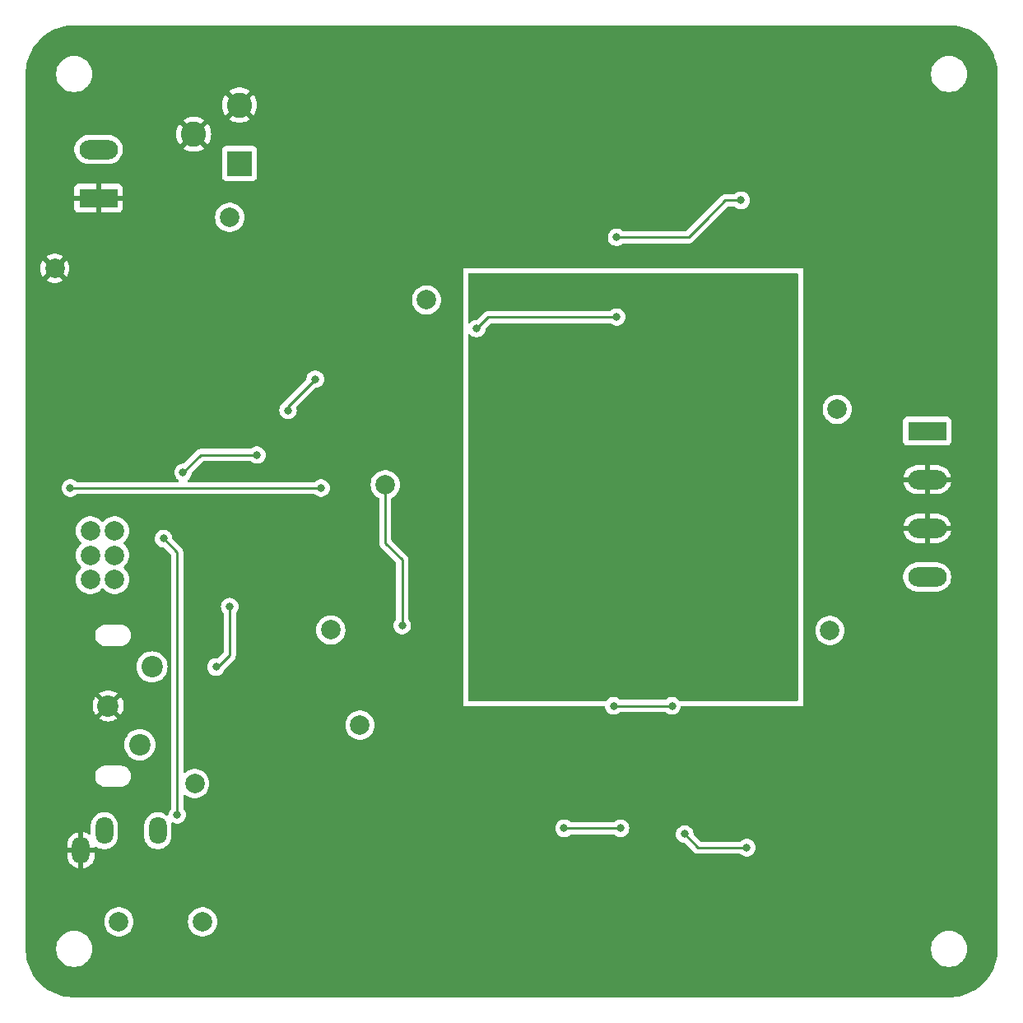
<source format=gbl>
%TF.GenerationSoftware,KiCad,Pcbnew,8.0.0*%
%TF.CreationDate,2024-05-08T19:12:18-04:00*%
%TF.ProjectId,Basic Stereo Amp v2,42617369-6320-4537-9465-72656f20416d,rev?*%
%TF.SameCoordinates,Original*%
%TF.FileFunction,Copper,L2,Bot*%
%TF.FilePolarity,Positive*%
%FSLAX46Y46*%
G04 Gerber Fmt 4.6, Leading zero omitted, Abs format (unit mm)*
G04 Created by KiCad (PCBNEW 8.0.0) date 2024-05-08 19:12:18*
%MOMM*%
%LPD*%
G01*
G04 APERTURE LIST*
%TA.AperFunction,ComponentPad*%
%ADD10C,2.000000*%
%TD*%
%TA.AperFunction,ComponentPad*%
%ADD11O,1.800000X2.800000*%
%TD*%
%TA.AperFunction,ComponentPad*%
%ADD12C,2.200000*%
%TD*%
%TA.AperFunction,ComponentPad*%
%ADD13R,3.960000X1.980000*%
%TD*%
%TA.AperFunction,ComponentPad*%
%ADD14O,3.960000X1.980000*%
%TD*%
%TA.AperFunction,ComponentPad*%
%ADD15R,2.600000X2.600000*%
%TD*%
%TA.AperFunction,ComponentPad*%
%ADD16C,2.600000*%
%TD*%
%TA.AperFunction,ViaPad*%
%ADD17C,0.800000*%
%TD*%
%TA.AperFunction,Conductor*%
%ADD18C,0.250000*%
%TD*%
G04 APERTURE END LIST*
D10*
%TO.P,TP11,1,1*%
%TO.N,GND*%
X103000000Y-75000000D03*
%TD*%
%TO.P,TP6,1,1*%
%TO.N,Net-(U3A--)*%
X141250000Y-78250000D03*
%TD*%
D11*
%TO.P,J4,R*%
%TO.N,Net-(J1-IN1)*%
X113600000Y-132850000D03*
%TO.P,J4,S*%
%TO.N,GND*%
X105700000Y-134850000D03*
%TO.P,J4,T*%
%TO.N,Net-(J1-IN2)*%
X108100000Y-132850000D03*
%TD*%
D10*
%TO.P,TP10,1,1*%
%TO.N,VCC*%
X121000000Y-69750000D03*
%TD*%
D12*
%TO.P,J1,1,IN1*%
%TO.N,Net-(J1-IN1)*%
X113000000Y-116000000D03*
%TO.P,J1,2,IN2*%
%TO.N,Net-(J1-IN2)*%
X111750000Y-124000000D03*
%TO.P,J1,3,EXT*%
%TO.N,GND*%
X108500000Y-120000000D03*
%TD*%
D10*
%TO.P,TP5,1,1*%
%TO.N,Net-(R11-Pad2)*%
X131400000Y-112200000D03*
%TD*%
%TO.P,TP8,1,1*%
%TO.N,/POWD*%
X183500000Y-89500000D03*
%TD*%
%TO.P,TP1,1,1*%
%TO.N,Net-(J1-IN2)*%
X117400000Y-128000000D03*
%TD*%
%TO.P,TP4,1,1*%
%TO.N,Net-(R12-Pad2)*%
X134400000Y-122000000D03*
%TD*%
%TO.P,RV1,1,1*%
%TO.N,Net-(R11-Pad2)*%
X109162500Y-107000000D03*
%TO.P,RV1,2,2*%
%TO.N,Net-(U3A-+)*%
X109162500Y-104500000D03*
%TO.P,RV1,3,3*%
%TO.N,VCC_DIV_2*%
X109162500Y-102000000D03*
%TO.P,RV1,4,4*%
%TO.N,Net-(R12-Pad2)*%
X106662500Y-107000000D03*
%TO.P,RV1,5,5*%
%TO.N,Net-(U3B-+)*%
X106662500Y-104500000D03*
%TO.P,RV1,6,6*%
%TO.N,VCC_DIV_2*%
X106662500Y-102000000D03*
%TD*%
D13*
%TO.P,J3,1,Pin_1*%
%TO.N,/POWD*%
X192750000Y-91740000D03*
D14*
%TO.P,J3,2,Pin_2*%
%TO.N,GND*%
X192750000Y-96740000D03*
%TO.P,J3,3,Pin_3*%
X192750000Y-101740000D03*
%TO.P,J3,4,Pin_4*%
%TO.N,/POWH*%
X192750000Y-106740000D03*
%TD*%
D13*
%TO.P,J2,1,Pin_1*%
%TO.N,GND*%
X107500000Y-67765000D03*
D14*
%TO.P,J2,2,Pin_2*%
%TO.N,/PWRIN*%
X107500000Y-62765000D03*
%TD*%
D10*
%TO.P,TP3,1,1*%
%TO.N,VCC_DIV_2*%
X118200000Y-142200000D03*
%TD*%
%TO.P,TP7,1,1*%
%TO.N,Net-(U3B--)*%
X137000000Y-97250000D03*
%TD*%
D15*
%TO.P,J5,1*%
%TO.N,/PWRIN*%
X122000000Y-64200000D03*
D16*
%TO.P,J5,2*%
%TO.N,GND*%
X122000000Y-58200000D03*
%TO.P,J5,3*%
X117300000Y-61200000D03*
%TD*%
D10*
%TO.P,TP9,1,1*%
%TO.N,/POWH*%
X182750000Y-112250000D03*
%TD*%
%TO.P,TP2,1,1*%
%TO.N,Net-(J1-IN1)*%
X109600000Y-142200000D03*
%TD*%
D17*
%TO.N,GND*%
X197500000Y-112500000D03*
X125000000Y-52500000D03*
X177500000Y-137500000D03*
X110000000Y-130000000D03*
X102500000Y-115000000D03*
X147500000Y-52500000D03*
X157500000Y-142500000D03*
X160000000Y-57500000D03*
X135000000Y-107500000D03*
X187500000Y-137500000D03*
X117500000Y-107500000D03*
X162500000Y-140000000D03*
X197500000Y-95000000D03*
X182500000Y-122500000D03*
X142500000Y-122500000D03*
X142500000Y-107500000D03*
X112500000Y-147500000D03*
X197500000Y-137500000D03*
X182500000Y-80000000D03*
X110000000Y-122500000D03*
X157500000Y-62500000D03*
X182500000Y-52500000D03*
X197500000Y-87500000D03*
X132500000Y-137500000D03*
X142500000Y-52500000D03*
X187500000Y-100000000D03*
X160000000Y-62500000D03*
X197500000Y-67500000D03*
X190000000Y-147500000D03*
X132500000Y-130000000D03*
X162500000Y-137500000D03*
X160000000Y-55000000D03*
X197500000Y-107500000D03*
X197500000Y-122500000D03*
X160000000Y-145000000D03*
X145000000Y-67500000D03*
X102500000Y-67500000D03*
X160000000Y-137500000D03*
X112500000Y-75000000D03*
X140000000Y-95000000D03*
X197500000Y-80000000D03*
X137500000Y-147500000D03*
X112500000Y-60000000D03*
X150000000Y-122500000D03*
X162500000Y-60000000D03*
X107500000Y-60000000D03*
X120000000Y-52500000D03*
X157500000Y-145000000D03*
X162500000Y-142500000D03*
X107500000Y-75000000D03*
X160000000Y-60000000D03*
X142500000Y-100000000D03*
X135000000Y-100000000D03*
X150000000Y-67500000D03*
X112500000Y-67500000D03*
X187500000Y-95000000D03*
X102500000Y-80000000D03*
X160000000Y-142500000D03*
X172500000Y-52500000D03*
X182500000Y-67500000D03*
X182500000Y-100000000D03*
X197500000Y-75000000D03*
X165000000Y-137500000D03*
X122500000Y-80000000D03*
X187500000Y-52500000D03*
X160000000Y-140000000D03*
X117500000Y-100000000D03*
X182500000Y-107500000D03*
X115000000Y-52500000D03*
X190000000Y-145000000D03*
X117500000Y-67500000D03*
X177500000Y-147500000D03*
X112500000Y-137500000D03*
X162500000Y-145000000D03*
X157500000Y-57500000D03*
X182500000Y-130000000D03*
X122500000Y-67500000D03*
X177500000Y-60000000D03*
X142500000Y-75000000D03*
X165000000Y-140000000D03*
X110000000Y-52500000D03*
X112500000Y-100000000D03*
X157500000Y-60000000D03*
X137500000Y-52500000D03*
X197500000Y-100000000D03*
X107500000Y-80000000D03*
X105000000Y-130000000D03*
X102500000Y-107500000D03*
X157500000Y-140000000D03*
X170000000Y-122500000D03*
X112500000Y-145000000D03*
X139000000Y-67750000D03*
X102500000Y-95000000D03*
X165000000Y-62500000D03*
X130000000Y-67500000D03*
X165000000Y-55000000D03*
X187500000Y-75000000D03*
X112500000Y-87500000D03*
X165000000Y-60000000D03*
X137500000Y-75000000D03*
X105000000Y-122500000D03*
X112500000Y-80000000D03*
X137500000Y-80000000D03*
X182500000Y-95000000D03*
X162500000Y-62500000D03*
X120000000Y-145000000D03*
X182500000Y-75000000D03*
X138750000Y-57500000D03*
X192500000Y-75000000D03*
X162500000Y-55000000D03*
X145000000Y-145000000D03*
X165000000Y-145000000D03*
X187500000Y-107500000D03*
X117500000Y-137500000D03*
X165000000Y-142500000D03*
X145000000Y-147500000D03*
X137500000Y-145000000D03*
X132500000Y-80000000D03*
X165000000Y-57500000D03*
X192500000Y-60000000D03*
X162500000Y-57500000D03*
X195000000Y-87500000D03*
X147500000Y-60000000D03*
X177500000Y-52500000D03*
X102500000Y-60000000D03*
X157500000Y-55000000D03*
X157500000Y-137500000D03*
X197500000Y-60000000D03*
X110000000Y-95000000D03*
X137500000Y-130000000D03*
X197500000Y-130000000D03*
X120000000Y-60000000D03*
%TO.N,Net-(J1-IN1)*%
X121000000Y-109800000D03*
X119600000Y-116000000D03*
%TO.N,Net-(U3A--)*%
X129800000Y-86400000D03*
X127000000Y-89600000D03*
%TO.N,Net-(D1-A)*%
X160800000Y-80000000D03*
X146400000Y-81200000D03*
%TO.N,Net-(D2-K)*%
X173600000Y-68000000D03*
X160800000Y-71800000D03*
%TO.N,Net-(U3B--)*%
X138750000Y-111750000D03*
%TO.N,Net-(D3-A)*%
X160500000Y-120000000D03*
X166500000Y-120000000D03*
%TO.N,Net-(D4-K)*%
X167800000Y-133200000D03*
X155400000Y-132600000D03*
X174200000Y-134600000D03*
X161200000Y-132600000D03*
%TO.N,VCC*%
X151250000Y-109750000D03*
X160000000Y-112500000D03*
X177000000Y-103500000D03*
X177000000Y-100500000D03*
X160000000Y-92500000D03*
X157500000Y-87500000D03*
X172250000Y-89250000D03*
X157500000Y-107500000D03*
X165000000Y-110000000D03*
X149000000Y-89250000D03*
X170250000Y-110750000D03*
X175500000Y-91750000D03*
X165000000Y-90000000D03*
X160000000Y-85000000D03*
X160000000Y-107500000D03*
X157500000Y-92500000D03*
X157500000Y-90000000D03*
X157500000Y-112500000D03*
X162500000Y-107500000D03*
X165000000Y-115000000D03*
X157500000Y-85000000D03*
X173250000Y-109000000D03*
X157500000Y-115000000D03*
X160000000Y-87500000D03*
X162500000Y-115000000D03*
X162500000Y-110000000D03*
X160000000Y-90000000D03*
X177000000Y-94500000D03*
X165000000Y-107500000D03*
X160000000Y-110000000D03*
X148500000Y-109750000D03*
X162500000Y-92500000D03*
X160000000Y-115000000D03*
X170500000Y-89250000D03*
X165000000Y-92500000D03*
X162500000Y-85000000D03*
X165000000Y-85000000D03*
X165000000Y-112500000D03*
X151750000Y-89250000D03*
X162500000Y-87500000D03*
X165000000Y-87500000D03*
X162500000Y-90000000D03*
X175750000Y-106250000D03*
X177000000Y-97250000D03*
X157500000Y-110000000D03*
X162500000Y-112500000D03*
%TO.N,Net-(U3A-+)*%
X116200000Y-96000000D03*
X123800000Y-94200000D03*
%TO.N,VCC_DIV_2*%
X115600000Y-131200000D03*
X114200000Y-102800000D03*
%TO.N,Net-(U3B-+)*%
X130400000Y-97600000D03*
X104600000Y-97600000D03*
%TD*%
D18*
%TO.N,Net-(J1-IN1)*%
X121000000Y-110400000D02*
X121000000Y-114800000D01*
X121000000Y-114800000D02*
X119800000Y-116000000D01*
X121000000Y-109800000D02*
X121000000Y-110400000D01*
X119800000Y-116000000D02*
X119600000Y-116000000D01*
%TO.N,Net-(U3A--)*%
X129800000Y-86400000D02*
X127000000Y-89200000D01*
X127000000Y-89200000D02*
X127000000Y-89600000D01*
%TO.N,Net-(D1-A)*%
X160800000Y-80000000D02*
X147600000Y-80000000D01*
X147600000Y-80000000D02*
X146400000Y-81200000D01*
%TO.N,Net-(D2-K)*%
X168200000Y-71800000D02*
X160800000Y-71800000D01*
X173600000Y-68000000D02*
X172000000Y-68000000D01*
X172000000Y-68000000D02*
X170000000Y-70000000D01*
X170000000Y-70000000D02*
X168200000Y-71800000D01*
%TO.N,Net-(U3B--)*%
X137000000Y-103250000D02*
X137000000Y-97250000D01*
X138750000Y-105000000D02*
X137000000Y-103250000D01*
X138750000Y-111750000D02*
X138750000Y-105000000D01*
%TO.N,Net-(D3-A)*%
X161250000Y-120000000D02*
X166500000Y-120000000D01*
X160500000Y-120000000D02*
X161250000Y-120000000D01*
%TO.N,Net-(D4-K)*%
X169200000Y-134600000D02*
X174200000Y-134600000D01*
X161200000Y-132600000D02*
X155400000Y-132600000D01*
X167800000Y-133200000D02*
X169200000Y-134600000D01*
%TO.N,Net-(U3A-+)*%
X116200000Y-96000000D02*
X118000000Y-94200000D01*
X118000000Y-94200000D02*
X123800000Y-94200000D01*
%TO.N,VCC_DIV_2*%
X114200000Y-102800000D02*
X115600000Y-104200000D01*
X115600000Y-104200000D02*
X115600000Y-131200000D01*
%TO.N,Net-(U3B-+)*%
X104600000Y-97600000D02*
X130400000Y-97600000D01*
%TD*%
%TA.AperFunction,Conductor*%
%TO.N,VCC*%
G36*
X179437539Y-75525185D02*
G01*
X179483294Y-75577989D01*
X179494500Y-75629500D01*
X179494500Y-119370500D01*
X179474815Y-119437539D01*
X179422011Y-119483294D01*
X179370500Y-119494500D01*
X167517106Y-119494500D01*
X167435662Y-119501103D01*
X167396231Y-119507542D01*
X167396219Y-119507544D01*
X167396214Y-119507545D01*
X167396210Y-119507546D01*
X167363019Y-119515765D01*
X167293214Y-119512771D01*
X167236108Y-119472512D01*
X167232896Y-119468284D01*
X167232535Y-119467787D01*
X167232533Y-119467784D01*
X167105871Y-119327112D01*
X167105870Y-119327111D01*
X166952734Y-119215851D01*
X166952729Y-119215848D01*
X166779807Y-119138857D01*
X166779802Y-119138855D01*
X166634001Y-119107865D01*
X166594646Y-119099500D01*
X166405354Y-119099500D01*
X166372897Y-119106398D01*
X166220197Y-119138855D01*
X166220192Y-119138857D01*
X166047270Y-119215848D01*
X166047265Y-119215851D01*
X165894130Y-119327110D01*
X165894126Y-119327114D01*
X165888400Y-119333474D01*
X165828913Y-119370121D01*
X165796252Y-119374500D01*
X161203748Y-119374500D01*
X161136709Y-119354815D01*
X161111600Y-119333474D01*
X161105873Y-119327114D01*
X161105869Y-119327110D01*
X160952734Y-119215851D01*
X160952729Y-119215848D01*
X160779807Y-119138857D01*
X160779802Y-119138855D01*
X160634001Y-119107865D01*
X160594646Y-119099500D01*
X160405354Y-119099500D01*
X160372897Y-119106398D01*
X160220197Y-119138855D01*
X160220192Y-119138857D01*
X160047270Y-119215848D01*
X160047265Y-119215851D01*
X159894129Y-119327111D01*
X159767462Y-119467788D01*
X159765584Y-119470374D01*
X159764116Y-119471505D01*
X159763119Y-119472613D01*
X159762916Y-119472430D01*
X159710248Y-119513033D01*
X159640634Y-119519003D01*
X159630345Y-119516455D01*
X159625309Y-119514976D01*
X159539856Y-119502690D01*
X159482890Y-119494500D01*
X159482888Y-119494500D01*
X145629500Y-119494500D01*
X145562461Y-119474815D01*
X145516706Y-119422011D01*
X145505500Y-119370500D01*
X145505500Y-81875364D01*
X145525185Y-81808325D01*
X145577989Y-81762570D01*
X145647147Y-81752626D01*
X145710703Y-81781651D01*
X145721650Y-81792392D01*
X145794129Y-81872888D01*
X145947265Y-81984148D01*
X145947270Y-81984151D01*
X146120192Y-82061142D01*
X146120197Y-82061144D01*
X146305354Y-82100500D01*
X146305355Y-82100500D01*
X146494644Y-82100500D01*
X146494646Y-82100500D01*
X146679803Y-82061144D01*
X146852730Y-81984151D01*
X147005871Y-81872888D01*
X147132533Y-81732216D01*
X147227179Y-81568284D01*
X147285674Y-81388256D01*
X147303321Y-81220346D01*
X147329905Y-81155733D01*
X147338961Y-81145628D01*
X147822771Y-80661819D01*
X147884094Y-80628334D01*
X147910452Y-80625500D01*
X160096252Y-80625500D01*
X160163291Y-80645185D01*
X160188400Y-80666526D01*
X160194126Y-80672885D01*
X160194130Y-80672889D01*
X160347265Y-80784148D01*
X160347270Y-80784151D01*
X160520192Y-80861142D01*
X160520197Y-80861144D01*
X160705354Y-80900500D01*
X160705355Y-80900500D01*
X160894644Y-80900500D01*
X160894646Y-80900500D01*
X161079803Y-80861144D01*
X161252730Y-80784151D01*
X161405871Y-80672888D01*
X161532533Y-80532216D01*
X161627179Y-80368284D01*
X161685674Y-80188256D01*
X161705460Y-80000000D01*
X161685674Y-79811744D01*
X161627179Y-79631716D01*
X161532533Y-79467784D01*
X161405871Y-79327112D01*
X161405870Y-79327111D01*
X161252734Y-79215851D01*
X161252729Y-79215848D01*
X161079807Y-79138857D01*
X161079802Y-79138855D01*
X160934001Y-79107865D01*
X160894646Y-79099500D01*
X160705354Y-79099500D01*
X160672897Y-79106398D01*
X160520197Y-79138855D01*
X160520192Y-79138857D01*
X160347270Y-79215848D01*
X160347265Y-79215851D01*
X160194130Y-79327110D01*
X160194126Y-79327114D01*
X160188400Y-79333474D01*
X160128913Y-79370121D01*
X160096252Y-79374500D01*
X147538389Y-79374500D01*
X147477971Y-79386518D01*
X147434743Y-79395116D01*
X147417546Y-79398537D01*
X147303716Y-79445687D01*
X147303707Y-79445692D01*
X147201268Y-79514140D01*
X147157705Y-79557703D01*
X147114142Y-79601267D01*
X147114139Y-79601270D01*
X146452229Y-80263181D01*
X146390906Y-80296666D01*
X146364548Y-80299500D01*
X146305354Y-80299500D01*
X146272897Y-80306398D01*
X146120197Y-80338855D01*
X146120192Y-80338857D01*
X145947270Y-80415848D01*
X145947265Y-80415851D01*
X145794129Y-80527111D01*
X145794128Y-80527112D01*
X145721649Y-80607608D01*
X145662163Y-80644256D01*
X145592306Y-80642925D01*
X145534258Y-80604038D01*
X145506448Y-80539941D01*
X145505500Y-80524635D01*
X145505500Y-75629500D01*
X145525185Y-75562461D01*
X145577989Y-75516706D01*
X145629500Y-75505500D01*
X179370500Y-75505500D01*
X179437539Y-75525185D01*
G37*
%TD.AperFunction*%
%TD*%
%TA.AperFunction,Conductor*%
%TO.N,GND*%
G36*
X195000641Y-50000006D02*
G01*
X195213481Y-50002328D01*
X195222915Y-50002792D01*
X195647552Y-50039943D01*
X195658270Y-50041354D01*
X196077393Y-50115256D01*
X196087921Y-50117590D01*
X196499033Y-50227747D01*
X196509322Y-50230992D01*
X196909255Y-50376555D01*
X196919221Y-50380683D01*
X197304942Y-50560547D01*
X197314528Y-50565538D01*
X197683088Y-50778326D01*
X197692207Y-50784135D01*
X198040820Y-51028237D01*
X198049402Y-51034822D01*
X198375420Y-51308383D01*
X198383395Y-51315692D01*
X198684307Y-51616604D01*
X198691616Y-51624579D01*
X198965177Y-51950597D01*
X198971762Y-51959179D01*
X199215864Y-52307792D01*
X199221676Y-52316916D01*
X199434459Y-52685467D01*
X199439454Y-52695062D01*
X199619310Y-53080764D01*
X199623448Y-53090756D01*
X199679206Y-53243947D01*
X199769003Y-53490664D01*
X199772256Y-53500980D01*
X199882405Y-53912061D01*
X199884746Y-53922623D01*
X199958644Y-54341725D01*
X199960056Y-54352450D01*
X199997206Y-54777073D01*
X199997671Y-54786527D01*
X199999993Y-54999357D01*
X200000000Y-55000710D01*
X200000000Y-144999289D01*
X199999993Y-145000642D01*
X199997671Y-145213472D01*
X199997206Y-145222926D01*
X199960056Y-145647549D01*
X199958644Y-145658274D01*
X199884746Y-146077376D01*
X199882405Y-146087938D01*
X199772256Y-146499019D01*
X199769003Y-146509335D01*
X199623450Y-146909240D01*
X199619310Y-146919235D01*
X199439454Y-147304937D01*
X199434459Y-147314532D01*
X199221676Y-147683083D01*
X199215864Y-147692207D01*
X198971762Y-148040820D01*
X198965177Y-148049402D01*
X198691616Y-148375420D01*
X198684307Y-148383395D01*
X198383395Y-148684307D01*
X198375420Y-148691616D01*
X198049402Y-148965177D01*
X198040820Y-148971762D01*
X197692207Y-149215864D01*
X197683083Y-149221676D01*
X197314532Y-149434459D01*
X197304937Y-149439454D01*
X196919235Y-149619310D01*
X196909240Y-149623450D01*
X196509335Y-149769003D01*
X196499019Y-149772256D01*
X196087938Y-149882405D01*
X196077376Y-149884746D01*
X195658274Y-149958644D01*
X195647549Y-149960056D01*
X195222926Y-149997206D01*
X195213472Y-149997671D01*
X195005455Y-149999940D01*
X195000640Y-149999993D01*
X194999290Y-150000000D01*
X105000710Y-150000000D01*
X104999359Y-149999993D01*
X104994454Y-149999939D01*
X104786527Y-149997671D01*
X104777073Y-149997206D01*
X104352450Y-149960056D01*
X104341725Y-149958644D01*
X103922623Y-149884746D01*
X103912061Y-149882405D01*
X103500980Y-149772256D01*
X103490664Y-149769003D01*
X103090759Y-149623450D01*
X103080764Y-149619310D01*
X102695062Y-149439454D01*
X102685467Y-149434459D01*
X102316916Y-149221676D01*
X102307792Y-149215864D01*
X101959179Y-148971762D01*
X101950597Y-148965177D01*
X101624579Y-148691616D01*
X101616604Y-148684307D01*
X101315692Y-148383395D01*
X101308383Y-148375420D01*
X101034822Y-148049402D01*
X101028237Y-148040820D01*
X100784135Y-147692207D01*
X100778323Y-147683083D01*
X100565540Y-147314532D01*
X100560545Y-147304937D01*
X100380683Y-146919221D01*
X100376555Y-146909255D01*
X100230992Y-146509322D01*
X100227747Y-146499033D01*
X100117590Y-146087921D01*
X100115256Y-146077393D01*
X100041354Y-145658270D01*
X100039943Y-145647549D01*
X100002793Y-145222926D01*
X100002328Y-145213471D01*
X100001323Y-145121288D01*
X103149500Y-145121288D01*
X103181161Y-145361785D01*
X103243947Y-145596104D01*
X103269699Y-145658274D01*
X103336776Y-145820212D01*
X103458064Y-146030289D01*
X103458066Y-146030292D01*
X103458067Y-146030293D01*
X103605733Y-146222736D01*
X103605739Y-146222743D01*
X103777256Y-146394260D01*
X103777262Y-146394265D01*
X103969711Y-146541936D01*
X104179788Y-146663224D01*
X104403900Y-146756054D01*
X104638211Y-146818838D01*
X104818586Y-146842584D01*
X104878711Y-146850500D01*
X104878712Y-146850500D01*
X105121289Y-146850500D01*
X105169388Y-146844167D01*
X105361789Y-146818838D01*
X105596100Y-146756054D01*
X105820212Y-146663224D01*
X106030289Y-146541936D01*
X106222738Y-146394265D01*
X106394265Y-146222738D01*
X106541936Y-146030289D01*
X106663224Y-145820212D01*
X106756054Y-145596100D01*
X106818838Y-145361789D01*
X106850500Y-145121288D01*
X193149500Y-145121288D01*
X193181161Y-145361785D01*
X193243947Y-145596104D01*
X193269699Y-145658274D01*
X193336776Y-145820212D01*
X193458064Y-146030289D01*
X193458066Y-146030292D01*
X193458067Y-146030293D01*
X193605733Y-146222736D01*
X193605739Y-146222743D01*
X193777256Y-146394260D01*
X193777262Y-146394265D01*
X193969711Y-146541936D01*
X194179788Y-146663224D01*
X194403900Y-146756054D01*
X194638211Y-146818838D01*
X194818586Y-146842584D01*
X194878711Y-146850500D01*
X194878712Y-146850500D01*
X195121289Y-146850500D01*
X195169388Y-146844167D01*
X195361789Y-146818838D01*
X195596100Y-146756054D01*
X195820212Y-146663224D01*
X196030289Y-146541936D01*
X196222738Y-146394265D01*
X196394265Y-146222738D01*
X196541936Y-146030289D01*
X196663224Y-145820212D01*
X196756054Y-145596100D01*
X196818838Y-145361789D01*
X196850500Y-145121288D01*
X196850500Y-144878712D01*
X196818838Y-144638211D01*
X196756054Y-144403900D01*
X196663224Y-144179788D01*
X196541936Y-143969711D01*
X196394265Y-143777262D01*
X196394260Y-143777256D01*
X196222743Y-143605739D01*
X196222736Y-143605733D01*
X196030293Y-143458067D01*
X196030292Y-143458066D01*
X196030289Y-143458064D01*
X195820212Y-143336776D01*
X195820205Y-143336773D01*
X195596104Y-143243947D01*
X195361785Y-143181161D01*
X195121289Y-143149500D01*
X195121288Y-143149500D01*
X194878712Y-143149500D01*
X194878711Y-143149500D01*
X194638214Y-143181161D01*
X194403895Y-143243947D01*
X194179794Y-143336773D01*
X194179785Y-143336777D01*
X193969706Y-143458067D01*
X193777263Y-143605733D01*
X193777256Y-143605739D01*
X193605739Y-143777256D01*
X193605733Y-143777263D01*
X193458067Y-143969706D01*
X193336777Y-144179785D01*
X193336773Y-144179794D01*
X193243947Y-144403895D01*
X193181161Y-144638214D01*
X193149500Y-144878711D01*
X193149500Y-145121288D01*
X106850500Y-145121288D01*
X106850500Y-144878712D01*
X106818838Y-144638211D01*
X106756054Y-144403900D01*
X106663224Y-144179788D01*
X106541936Y-143969711D01*
X106394265Y-143777262D01*
X106394260Y-143777256D01*
X106222743Y-143605739D01*
X106222736Y-143605733D01*
X106030293Y-143458067D01*
X106030292Y-143458066D01*
X106030289Y-143458064D01*
X105820212Y-143336776D01*
X105820205Y-143336773D01*
X105596104Y-143243947D01*
X105361785Y-143181161D01*
X105121289Y-143149500D01*
X105121288Y-143149500D01*
X104878712Y-143149500D01*
X104878711Y-143149500D01*
X104638214Y-143181161D01*
X104403895Y-143243947D01*
X104179794Y-143336773D01*
X104179785Y-143336777D01*
X103969706Y-143458067D01*
X103777263Y-143605733D01*
X103777256Y-143605739D01*
X103605739Y-143777256D01*
X103605733Y-143777263D01*
X103458067Y-143969706D01*
X103336777Y-144179785D01*
X103336773Y-144179794D01*
X103243947Y-144403895D01*
X103181161Y-144638214D01*
X103149500Y-144878711D01*
X103149500Y-145121288D01*
X100001323Y-145121288D01*
X100000007Y-145000641D01*
X100000000Y-144999289D01*
X100000000Y-142200005D01*
X108094357Y-142200005D01*
X108114890Y-142447812D01*
X108114892Y-142447824D01*
X108175936Y-142688881D01*
X108275826Y-142916606D01*
X108411833Y-143124782D01*
X108411836Y-143124785D01*
X108580256Y-143307738D01*
X108776491Y-143460474D01*
X108995190Y-143578828D01*
X109230386Y-143659571D01*
X109475665Y-143700500D01*
X109724335Y-143700500D01*
X109969614Y-143659571D01*
X110204810Y-143578828D01*
X110423509Y-143460474D01*
X110619744Y-143307738D01*
X110788164Y-143124785D01*
X110924173Y-142916607D01*
X111024063Y-142688881D01*
X111085108Y-142447821D01*
X111105643Y-142200005D01*
X116694357Y-142200005D01*
X116714890Y-142447812D01*
X116714892Y-142447824D01*
X116775936Y-142688881D01*
X116875826Y-142916606D01*
X117011833Y-143124782D01*
X117011836Y-143124785D01*
X117180256Y-143307738D01*
X117376491Y-143460474D01*
X117595190Y-143578828D01*
X117830386Y-143659571D01*
X118075665Y-143700500D01*
X118324335Y-143700500D01*
X118569614Y-143659571D01*
X118804810Y-143578828D01*
X119023509Y-143460474D01*
X119219744Y-143307738D01*
X119388164Y-143124785D01*
X119524173Y-142916607D01*
X119624063Y-142688881D01*
X119685108Y-142447821D01*
X119705643Y-142200000D01*
X119685108Y-141952179D01*
X119624063Y-141711119D01*
X119524173Y-141483393D01*
X119388166Y-141275217D01*
X119366557Y-141251744D01*
X119219744Y-141092262D01*
X119023509Y-140939526D01*
X119023507Y-140939525D01*
X119023506Y-140939524D01*
X118804811Y-140821172D01*
X118804802Y-140821169D01*
X118569616Y-140740429D01*
X118324335Y-140699500D01*
X118075665Y-140699500D01*
X117830383Y-140740429D01*
X117595197Y-140821169D01*
X117595188Y-140821172D01*
X117376493Y-140939524D01*
X117180257Y-141092261D01*
X117011833Y-141275217D01*
X116875826Y-141483393D01*
X116775936Y-141711118D01*
X116714892Y-141952175D01*
X116714890Y-141952187D01*
X116694357Y-142199994D01*
X116694357Y-142200005D01*
X111105643Y-142200005D01*
X111105643Y-142200000D01*
X111085108Y-141952179D01*
X111024063Y-141711119D01*
X110924173Y-141483393D01*
X110788166Y-141275217D01*
X110766557Y-141251744D01*
X110619744Y-141092262D01*
X110423509Y-140939526D01*
X110423507Y-140939525D01*
X110423506Y-140939524D01*
X110204811Y-140821172D01*
X110204802Y-140821169D01*
X109969616Y-140740429D01*
X109724335Y-140699500D01*
X109475665Y-140699500D01*
X109230383Y-140740429D01*
X108995197Y-140821169D01*
X108995188Y-140821172D01*
X108776493Y-140939524D01*
X108580257Y-141092261D01*
X108411833Y-141275217D01*
X108275826Y-141483393D01*
X108175936Y-141711118D01*
X108114892Y-141952175D01*
X108114890Y-141952187D01*
X108094357Y-142199994D01*
X108094357Y-142200005D01*
X100000000Y-142200005D01*
X100000000Y-135460181D01*
X104300000Y-135460181D01*
X104334473Y-135677835D01*
X104402567Y-135887410D01*
X104502613Y-136083760D01*
X104632142Y-136262041D01*
X104787958Y-136417857D01*
X104966239Y-136547386D01*
X105162589Y-136647432D01*
X105372163Y-136715526D01*
X105449999Y-136727854D01*
X105450000Y-136727854D01*
X105450000Y-135783012D01*
X105507007Y-135815925D01*
X105634174Y-135850000D01*
X105765826Y-135850000D01*
X105892993Y-135815925D01*
X105950000Y-135783012D01*
X105950000Y-136727854D01*
X106027834Y-136715526D01*
X106027837Y-136715526D01*
X106237410Y-136647432D01*
X106433760Y-136547386D01*
X106612041Y-136417857D01*
X106767857Y-136262041D01*
X106897386Y-136083760D01*
X106997432Y-135887410D01*
X107065526Y-135677835D01*
X107100000Y-135460181D01*
X107100000Y-135100000D01*
X106200000Y-135100000D01*
X106200000Y-134600000D01*
X107100000Y-134600000D01*
X107100000Y-134597935D01*
X107119685Y-134530896D01*
X107172489Y-134485141D01*
X107241647Y-134475197D01*
X107296885Y-134497617D01*
X107342691Y-134530896D01*
X107365978Y-134547815D01*
X107464343Y-134597935D01*
X107562393Y-134647895D01*
X107562396Y-134647896D01*
X107667221Y-134681955D01*
X107772049Y-134716015D01*
X107989778Y-134750500D01*
X107989779Y-134750500D01*
X108210221Y-134750500D01*
X108210222Y-134750500D01*
X108427951Y-134716015D01*
X108637606Y-134647895D01*
X108834022Y-134547815D01*
X109012365Y-134418242D01*
X109168242Y-134262365D01*
X109297815Y-134084022D01*
X109397895Y-133887606D01*
X109466015Y-133677951D01*
X109500500Y-133460222D01*
X112199500Y-133460222D01*
X112216614Y-133568277D01*
X112233985Y-133677952D01*
X112302103Y-133887603D01*
X112302104Y-133887606D01*
X112370122Y-134021096D01*
X112393911Y-134067784D01*
X112402187Y-134084025D01*
X112531752Y-134262358D01*
X112531756Y-134262363D01*
X112687636Y-134418243D01*
X112687641Y-134418247D01*
X112766027Y-134475197D01*
X112865978Y-134547815D01*
X112964343Y-134597935D01*
X113062393Y-134647895D01*
X113062396Y-134647896D01*
X113167221Y-134681955D01*
X113272049Y-134716015D01*
X113489778Y-134750500D01*
X113489779Y-134750500D01*
X113710221Y-134750500D01*
X113710222Y-134750500D01*
X113927951Y-134716015D01*
X114137606Y-134647895D01*
X114334022Y-134547815D01*
X114512365Y-134418242D01*
X114668242Y-134262365D01*
X114797815Y-134084022D01*
X114897895Y-133887606D01*
X114966015Y-133677951D01*
X115000500Y-133460222D01*
X115000500Y-132600000D01*
X154494540Y-132600000D01*
X154514326Y-132788256D01*
X154514327Y-132788259D01*
X154572818Y-132968277D01*
X154572821Y-132968284D01*
X154667467Y-133132216D01*
X154769185Y-133245185D01*
X154794129Y-133272888D01*
X154947265Y-133384148D01*
X154947270Y-133384151D01*
X155120192Y-133461142D01*
X155120197Y-133461144D01*
X155305354Y-133500500D01*
X155305355Y-133500500D01*
X155494644Y-133500500D01*
X155494646Y-133500500D01*
X155679803Y-133461144D01*
X155852730Y-133384151D01*
X156005871Y-133272888D01*
X156008788Y-133269647D01*
X156011600Y-133266526D01*
X156071087Y-133229879D01*
X156103748Y-133225500D01*
X160496252Y-133225500D01*
X160563291Y-133245185D01*
X160588400Y-133266526D01*
X160594126Y-133272885D01*
X160594130Y-133272889D01*
X160747265Y-133384148D01*
X160747270Y-133384151D01*
X160920192Y-133461142D01*
X160920197Y-133461144D01*
X161105354Y-133500500D01*
X161105355Y-133500500D01*
X161294644Y-133500500D01*
X161294646Y-133500500D01*
X161479803Y-133461144D01*
X161652730Y-133384151D01*
X161805871Y-133272888D01*
X161871500Y-133200000D01*
X166894540Y-133200000D01*
X166914326Y-133388256D01*
X166914327Y-133388259D01*
X166972818Y-133568277D01*
X166972821Y-133568284D01*
X167067467Y-133732216D01*
X167194129Y-133872888D01*
X167347265Y-133984148D01*
X167347270Y-133984151D01*
X167520192Y-134061142D01*
X167520197Y-134061144D01*
X167705354Y-134100500D01*
X167764548Y-134100500D01*
X167831587Y-134120185D01*
X167852229Y-134136819D01*
X168711016Y-134995606D01*
X168711045Y-134995637D01*
X168801264Y-135085856D01*
X168801267Y-135085858D01*
X168852490Y-135120084D01*
X168903714Y-135154312D01*
X168967504Y-135180734D01*
X169017548Y-135201463D01*
X169077971Y-135213481D01*
X169138393Y-135225500D01*
X169138394Y-135225500D01*
X173496252Y-135225500D01*
X173563291Y-135245185D01*
X173588400Y-135266526D01*
X173594126Y-135272885D01*
X173594130Y-135272889D01*
X173747265Y-135384148D01*
X173747270Y-135384151D01*
X173920192Y-135461142D01*
X173920197Y-135461144D01*
X174105354Y-135500500D01*
X174105355Y-135500500D01*
X174294644Y-135500500D01*
X174294646Y-135500500D01*
X174479803Y-135461144D01*
X174652730Y-135384151D01*
X174805871Y-135272888D01*
X174932533Y-135132216D01*
X175027179Y-134968284D01*
X175085674Y-134788256D01*
X175105460Y-134600000D01*
X175085674Y-134411744D01*
X175027179Y-134231716D01*
X174932533Y-134067784D01*
X174805871Y-133927112D01*
X174805870Y-133927111D01*
X174652734Y-133815851D01*
X174652729Y-133815848D01*
X174479807Y-133738857D01*
X174479802Y-133738855D01*
X174334001Y-133707865D01*
X174294646Y-133699500D01*
X174105354Y-133699500D01*
X174072897Y-133706398D01*
X173920197Y-133738855D01*
X173920192Y-133738857D01*
X173747270Y-133815848D01*
X173747265Y-133815851D01*
X173594130Y-133927110D01*
X173594126Y-133927114D01*
X173588400Y-133933474D01*
X173528913Y-133970121D01*
X173496252Y-133974500D01*
X169510452Y-133974500D01*
X169443413Y-133954815D01*
X169422771Y-133938181D01*
X168738960Y-133254370D01*
X168705475Y-133193047D01*
X168703323Y-133179671D01*
X168685674Y-133011744D01*
X168627179Y-132831716D01*
X168532533Y-132667784D01*
X168405871Y-132527112D01*
X168405870Y-132527111D01*
X168252734Y-132415851D01*
X168252729Y-132415848D01*
X168079807Y-132338857D01*
X168079802Y-132338855D01*
X167934001Y-132307865D01*
X167894646Y-132299500D01*
X167705354Y-132299500D01*
X167672897Y-132306398D01*
X167520197Y-132338855D01*
X167520192Y-132338857D01*
X167347270Y-132415848D01*
X167347265Y-132415851D01*
X167194129Y-132527111D01*
X167067466Y-132667785D01*
X166972821Y-132831715D01*
X166972818Y-132831722D01*
X166923187Y-132984473D01*
X166914326Y-133011744D01*
X166894540Y-133200000D01*
X161871500Y-133200000D01*
X161932533Y-133132216D01*
X162027179Y-132968284D01*
X162085674Y-132788256D01*
X162105460Y-132600000D01*
X162085674Y-132411744D01*
X162027179Y-132231716D01*
X161932533Y-132067784D01*
X161805871Y-131927112D01*
X161805870Y-131927111D01*
X161652734Y-131815851D01*
X161652729Y-131815848D01*
X161479807Y-131738857D01*
X161479802Y-131738855D01*
X161334001Y-131707865D01*
X161294646Y-131699500D01*
X161105354Y-131699500D01*
X161072897Y-131706398D01*
X160920197Y-131738855D01*
X160920192Y-131738857D01*
X160747270Y-131815848D01*
X160747265Y-131815851D01*
X160594130Y-131927110D01*
X160594126Y-131927114D01*
X160588400Y-131933474D01*
X160528913Y-131970121D01*
X160496252Y-131974500D01*
X156103748Y-131974500D01*
X156036709Y-131954815D01*
X156011600Y-131933474D01*
X156005873Y-131927114D01*
X156005869Y-131927110D01*
X155852734Y-131815851D01*
X155852729Y-131815848D01*
X155679807Y-131738857D01*
X155679802Y-131738855D01*
X155534001Y-131707865D01*
X155494646Y-131699500D01*
X155305354Y-131699500D01*
X155272897Y-131706398D01*
X155120197Y-131738855D01*
X155120192Y-131738857D01*
X154947270Y-131815848D01*
X154947265Y-131815851D01*
X154794129Y-131927111D01*
X154667466Y-132067785D01*
X154572821Y-132231715D01*
X154572818Y-132231722D01*
X154514327Y-132411740D01*
X154514326Y-132411744D01*
X154494540Y-132600000D01*
X115000500Y-132600000D01*
X115000500Y-132239778D01*
X114981532Y-132120019D01*
X114990487Y-132050726D01*
X115035483Y-131997275D01*
X115102234Y-131976635D01*
X115154436Y-131987341D01*
X115320197Y-132061144D01*
X115505354Y-132100500D01*
X115505355Y-132100500D01*
X115694644Y-132100500D01*
X115694646Y-132100500D01*
X115879803Y-132061144D01*
X116052730Y-131984151D01*
X116205871Y-131872888D01*
X116332533Y-131732216D01*
X116427179Y-131568284D01*
X116485674Y-131388256D01*
X116505460Y-131200000D01*
X116485674Y-131011744D01*
X116427179Y-130831716D01*
X116332533Y-130667784D01*
X116257350Y-130584284D01*
X116227120Y-130521292D01*
X116225500Y-130501312D01*
X116225500Y-129240932D01*
X116245185Y-129173893D01*
X116297989Y-129128138D01*
X116367147Y-129118194D01*
X116425662Y-129143079D01*
X116576491Y-129260474D01*
X116795190Y-129378828D01*
X117030386Y-129459571D01*
X117275665Y-129500500D01*
X117524335Y-129500500D01*
X117769614Y-129459571D01*
X118004810Y-129378828D01*
X118223509Y-129260474D01*
X118419744Y-129107738D01*
X118588164Y-128924785D01*
X118724173Y-128716607D01*
X118824063Y-128488881D01*
X118885108Y-128247821D01*
X118898234Y-128089414D01*
X118905643Y-128000005D01*
X118905643Y-127999994D01*
X118885109Y-127752187D01*
X118885107Y-127752175D01*
X118824063Y-127511118D01*
X118724173Y-127283393D01*
X118588166Y-127075217D01*
X118511834Y-126992299D01*
X118419744Y-126892262D01*
X118223509Y-126739526D01*
X118223507Y-126739525D01*
X118223506Y-126739524D01*
X118004811Y-126621172D01*
X118004802Y-126621169D01*
X117769616Y-126540429D01*
X117524335Y-126499500D01*
X117275665Y-126499500D01*
X117030383Y-126540429D01*
X116795197Y-126621169D01*
X116795188Y-126621172D01*
X116576493Y-126739524D01*
X116425662Y-126856921D01*
X116360668Y-126882563D01*
X116292128Y-126868996D01*
X116241803Y-126820528D01*
X116225500Y-126759067D01*
X116225500Y-122000005D01*
X132894357Y-122000005D01*
X132914890Y-122247812D01*
X132914892Y-122247824D01*
X132975936Y-122488881D01*
X133075826Y-122716606D01*
X133211833Y-122924782D01*
X133211836Y-122924785D01*
X133380256Y-123107738D01*
X133576491Y-123260474D01*
X133795190Y-123378828D01*
X134030386Y-123459571D01*
X134275665Y-123500500D01*
X134524335Y-123500500D01*
X134769614Y-123459571D01*
X135004810Y-123378828D01*
X135223509Y-123260474D01*
X135419744Y-123107738D01*
X135588164Y-122924785D01*
X135724173Y-122716607D01*
X135824063Y-122488881D01*
X135885108Y-122247821D01*
X135905643Y-122000000D01*
X135885108Y-121752179D01*
X135824063Y-121511119D01*
X135724173Y-121283393D01*
X135588166Y-121075217D01*
X135566557Y-121051744D01*
X135419744Y-120892262D01*
X135223509Y-120739526D01*
X135223507Y-120739525D01*
X135223506Y-120739524D01*
X135004811Y-120621172D01*
X135004802Y-120621169D01*
X134769616Y-120540429D01*
X134524335Y-120499500D01*
X134275665Y-120499500D01*
X134030383Y-120540429D01*
X133795197Y-120621169D01*
X133795188Y-120621172D01*
X133576493Y-120739524D01*
X133380257Y-120892261D01*
X133211833Y-121075217D01*
X133075826Y-121283393D01*
X132975936Y-121511118D01*
X132914892Y-121752175D01*
X132914890Y-121752187D01*
X132894357Y-121999994D01*
X132894357Y-122000005D01*
X116225500Y-122000005D01*
X116225500Y-116000000D01*
X118694540Y-116000000D01*
X118714326Y-116188256D01*
X118714327Y-116188259D01*
X118772818Y-116368277D01*
X118772821Y-116368284D01*
X118867467Y-116532216D01*
X118994129Y-116672888D01*
X119147265Y-116784148D01*
X119147270Y-116784151D01*
X119320192Y-116861142D01*
X119320197Y-116861144D01*
X119505354Y-116900500D01*
X119505355Y-116900500D01*
X119694644Y-116900500D01*
X119694646Y-116900500D01*
X119879803Y-116861144D01*
X120052730Y-116784151D01*
X120205871Y-116672888D01*
X120332533Y-116532216D01*
X120427179Y-116368284D01*
X120471344Y-116232356D01*
X120501591Y-116182997D01*
X121398729Y-115285860D01*
X121398733Y-115285858D01*
X121485858Y-115198733D01*
X121554311Y-115096286D01*
X121601463Y-114982452D01*
X121617963Y-114899500D01*
X121625500Y-114861607D01*
X121625500Y-114738394D01*
X121625500Y-112200005D01*
X129894357Y-112200005D01*
X129914890Y-112447812D01*
X129914892Y-112447824D01*
X129975936Y-112688881D01*
X130075826Y-112916606D01*
X130211833Y-113124782D01*
X130211836Y-113124785D01*
X130380256Y-113307738D01*
X130576491Y-113460474D01*
X130795190Y-113578828D01*
X131030386Y-113659571D01*
X131275665Y-113700500D01*
X131524335Y-113700500D01*
X131769614Y-113659571D01*
X132004810Y-113578828D01*
X132223509Y-113460474D01*
X132419744Y-113307738D01*
X132588164Y-113124785D01*
X132724173Y-112916607D01*
X132824063Y-112688881D01*
X132885108Y-112447821D01*
X132896384Y-112311744D01*
X132905643Y-112200005D01*
X132905643Y-112199994D01*
X132885109Y-111952187D01*
X132885107Y-111952175D01*
X132824063Y-111711118D01*
X132724173Y-111483393D01*
X132588166Y-111275217D01*
X132535295Y-111217784D01*
X132419744Y-111092262D01*
X132223509Y-110939526D01*
X132223507Y-110939525D01*
X132223506Y-110939524D01*
X132004811Y-110821172D01*
X132004802Y-110821169D01*
X131769616Y-110740429D01*
X131524335Y-110699500D01*
X131275665Y-110699500D01*
X131030383Y-110740429D01*
X130795197Y-110821169D01*
X130795188Y-110821172D01*
X130576493Y-110939524D01*
X130380257Y-111092261D01*
X130211833Y-111275217D01*
X130075826Y-111483393D01*
X129975936Y-111711118D01*
X129914892Y-111952175D01*
X129914890Y-111952187D01*
X129894357Y-112199994D01*
X129894357Y-112200005D01*
X121625500Y-112200005D01*
X121625500Y-110498687D01*
X121645185Y-110431648D01*
X121657350Y-110415715D01*
X121675891Y-110395122D01*
X121732533Y-110332216D01*
X121827179Y-110168284D01*
X121885674Y-109988256D01*
X121905460Y-109800000D01*
X121885674Y-109611744D01*
X121827179Y-109431716D01*
X121732533Y-109267784D01*
X121605871Y-109127112D01*
X121605870Y-109127111D01*
X121452734Y-109015851D01*
X121452729Y-109015848D01*
X121279807Y-108938857D01*
X121279802Y-108938855D01*
X121134001Y-108907865D01*
X121094646Y-108899500D01*
X120905354Y-108899500D01*
X120872897Y-108906398D01*
X120720197Y-108938855D01*
X120720192Y-108938857D01*
X120547270Y-109015848D01*
X120547265Y-109015851D01*
X120394129Y-109127111D01*
X120267466Y-109267785D01*
X120172821Y-109431715D01*
X120172818Y-109431722D01*
X120140166Y-109532216D01*
X120114326Y-109611744D01*
X120094540Y-109800000D01*
X120114326Y-109988256D01*
X120114327Y-109988259D01*
X120172818Y-110168277D01*
X120172821Y-110168284D01*
X120267467Y-110332216D01*
X120299943Y-110368284D01*
X120342650Y-110415715D01*
X120372880Y-110478706D01*
X120374500Y-110498687D01*
X120374500Y-114489547D01*
X120354815Y-114556586D01*
X120338181Y-114577228D01*
X119842259Y-115073149D01*
X119780936Y-115106634D01*
X119728798Y-115106758D01*
X119694646Y-115099500D01*
X119505354Y-115099500D01*
X119472897Y-115106398D01*
X119320197Y-115138855D01*
X119320192Y-115138857D01*
X119147270Y-115215848D01*
X119147265Y-115215851D01*
X118994129Y-115327111D01*
X118867466Y-115467785D01*
X118772821Y-115631715D01*
X118772818Y-115631722D01*
X118714327Y-115811740D01*
X118714326Y-115811744D01*
X118694540Y-116000000D01*
X116225500Y-116000000D01*
X116225500Y-104138393D01*
X116225499Y-104138389D01*
X116201463Y-104017548D01*
X116180910Y-103967929D01*
X116154312Y-103903714D01*
X116119398Y-103851463D01*
X116085858Y-103801267D01*
X116085856Y-103801264D01*
X115995637Y-103711045D01*
X115995606Y-103711016D01*
X115138960Y-102854370D01*
X115105475Y-102793047D01*
X115103323Y-102779671D01*
X115085674Y-102611744D01*
X115027179Y-102431716D01*
X114932533Y-102267784D01*
X114805871Y-102127112D01*
X114753285Y-102088906D01*
X114652734Y-102015851D01*
X114652729Y-102015848D01*
X114479807Y-101938857D01*
X114479802Y-101938855D01*
X114334001Y-101907865D01*
X114294646Y-101899500D01*
X114105354Y-101899500D01*
X114072897Y-101906398D01*
X113920197Y-101938855D01*
X113920192Y-101938857D01*
X113747270Y-102015848D01*
X113747265Y-102015851D01*
X113594129Y-102127111D01*
X113467466Y-102267785D01*
X113372821Y-102431715D01*
X113372818Y-102431722D01*
X113343833Y-102520930D01*
X113314326Y-102611744D01*
X113294540Y-102800000D01*
X113314326Y-102988256D01*
X113314327Y-102988259D01*
X113372818Y-103168277D01*
X113372821Y-103168284D01*
X113467467Y-103332216D01*
X113481548Y-103347854D01*
X113594129Y-103472888D01*
X113747265Y-103584148D01*
X113747270Y-103584151D01*
X113920192Y-103661142D01*
X113920197Y-103661144D01*
X114105354Y-103700500D01*
X114164548Y-103700500D01*
X114231587Y-103720185D01*
X114252229Y-103736819D01*
X114938181Y-104422771D01*
X114971666Y-104484094D01*
X114974500Y-104510452D01*
X114974500Y-130501312D01*
X114954815Y-130568351D01*
X114942650Y-130584284D01*
X114867466Y-130667784D01*
X114772821Y-130831715D01*
X114772818Y-130831722D01*
X114714327Y-131011740D01*
X114714326Y-131011744D01*
X114710084Y-131052105D01*
X114696082Y-131185327D01*
X114669497Y-131249941D01*
X114612200Y-131289926D01*
X114542381Y-131292586D01*
X114499876Y-131272683D01*
X114334025Y-131152187D01*
X114334024Y-131152186D01*
X114334022Y-131152185D01*
X114271096Y-131120122D01*
X114137606Y-131052104D01*
X114137603Y-131052103D01*
X113927952Y-130983985D01*
X113819086Y-130966742D01*
X113710222Y-130949500D01*
X113489778Y-130949500D01*
X113417201Y-130960995D01*
X113272047Y-130983985D01*
X113062396Y-131052103D01*
X113062393Y-131052104D01*
X112865974Y-131152187D01*
X112687641Y-131281752D01*
X112687636Y-131281756D01*
X112531756Y-131437636D01*
X112531752Y-131437641D01*
X112402187Y-131615974D01*
X112302104Y-131812393D01*
X112302103Y-131812396D01*
X112233985Y-132022047D01*
X112218468Y-132120020D01*
X112199500Y-132239778D01*
X112199500Y-133460222D01*
X109500500Y-133460222D01*
X109500500Y-132239778D01*
X109466015Y-132022049D01*
X109431955Y-131917221D01*
X109397896Y-131812396D01*
X109397895Y-131812393D01*
X109340372Y-131699500D01*
X109297815Y-131615978D01*
X109281260Y-131593192D01*
X109168247Y-131437641D01*
X109168243Y-131437636D01*
X109012363Y-131281756D01*
X109012358Y-131281752D01*
X108834025Y-131152187D01*
X108834024Y-131152186D01*
X108834022Y-131152185D01*
X108771096Y-131120122D01*
X108637606Y-131052104D01*
X108637603Y-131052103D01*
X108427952Y-130983985D01*
X108319086Y-130966742D01*
X108210222Y-130949500D01*
X107989778Y-130949500D01*
X107917201Y-130960995D01*
X107772047Y-130983985D01*
X107562396Y-131052103D01*
X107562393Y-131052104D01*
X107365974Y-131152187D01*
X107187641Y-131281752D01*
X107187636Y-131281756D01*
X107031756Y-131437636D01*
X107031752Y-131437641D01*
X106902187Y-131615974D01*
X106802104Y-131812393D01*
X106802103Y-131812396D01*
X106733985Y-132022047D01*
X106699500Y-132239778D01*
X106699500Y-133102320D01*
X106679815Y-133169359D01*
X106627011Y-133215114D01*
X106557853Y-133225058D01*
X106502615Y-133202638D01*
X106433763Y-133152615D01*
X106237410Y-133052567D01*
X106027836Y-132984473D01*
X105950000Y-132972144D01*
X105950000Y-133916988D01*
X105892993Y-133884075D01*
X105765826Y-133850000D01*
X105634174Y-133850000D01*
X105507007Y-133884075D01*
X105450000Y-133916988D01*
X105450000Y-132972144D01*
X105372164Y-132984473D01*
X105372161Y-132984473D01*
X105162589Y-133052567D01*
X104966239Y-133152613D01*
X104787958Y-133282142D01*
X104632142Y-133437958D01*
X104502613Y-133616239D01*
X104402567Y-133812589D01*
X104334473Y-134022164D01*
X104300000Y-134239818D01*
X104300000Y-134600000D01*
X105200000Y-134600000D01*
X105200000Y-135100000D01*
X104300000Y-135100000D01*
X104300000Y-135460181D01*
X100000000Y-135460181D01*
X100000000Y-127336611D01*
X107149500Y-127336611D01*
X107176598Y-127507701D01*
X107230127Y-127672445D01*
X107308768Y-127826788D01*
X107410586Y-127966928D01*
X107533072Y-128089414D01*
X107673212Y-128191232D01*
X107827555Y-128269873D01*
X107992299Y-128323402D01*
X108163389Y-128350500D01*
X108163390Y-128350500D01*
X109836610Y-128350500D01*
X109836611Y-128350500D01*
X110007701Y-128323402D01*
X110172445Y-128269873D01*
X110326788Y-128191232D01*
X110466928Y-128089414D01*
X110589414Y-127966928D01*
X110691232Y-127826788D01*
X110769873Y-127672445D01*
X110823402Y-127507701D01*
X110850500Y-127336611D01*
X110850500Y-127163389D01*
X110823402Y-126992299D01*
X110769873Y-126827555D01*
X110691232Y-126673212D01*
X110589414Y-126533072D01*
X110466928Y-126410586D01*
X110326788Y-126308768D01*
X110172445Y-126230127D01*
X110007701Y-126176598D01*
X110007699Y-126176597D01*
X110007698Y-126176597D01*
X109876271Y-126155781D01*
X109836611Y-126149500D01*
X108163389Y-126149500D01*
X108123728Y-126155781D01*
X107992302Y-126176597D01*
X107827552Y-126230128D01*
X107673211Y-126308768D01*
X107593256Y-126366859D01*
X107533072Y-126410586D01*
X107533070Y-126410588D01*
X107533069Y-126410588D01*
X107410588Y-126533069D01*
X107410588Y-126533070D01*
X107410586Y-126533072D01*
X107405241Y-126540429D01*
X107308768Y-126673211D01*
X107230128Y-126827552D01*
X107176597Y-126992302D01*
X107165816Y-127060371D01*
X107149500Y-127163389D01*
X107149500Y-127336611D01*
X100000000Y-127336611D01*
X100000000Y-124000000D01*
X110144551Y-124000000D01*
X110164317Y-124251151D01*
X110223126Y-124496110D01*
X110319533Y-124728859D01*
X110451160Y-124943653D01*
X110451161Y-124943656D01*
X110451164Y-124943659D01*
X110614776Y-125135224D01*
X110763066Y-125261875D01*
X110806343Y-125298838D01*
X110806346Y-125298839D01*
X111021140Y-125430466D01*
X111253889Y-125526873D01*
X111498852Y-125585683D01*
X111750000Y-125605449D01*
X112001148Y-125585683D01*
X112246111Y-125526873D01*
X112478859Y-125430466D01*
X112693659Y-125298836D01*
X112885224Y-125135224D01*
X113048836Y-124943659D01*
X113180466Y-124728859D01*
X113276873Y-124496111D01*
X113335683Y-124251148D01*
X113355449Y-124000000D01*
X113335683Y-123748852D01*
X113276873Y-123503889D01*
X113180466Y-123271141D01*
X113180466Y-123271140D01*
X113048839Y-123056346D01*
X113048838Y-123056343D01*
X113011875Y-123013066D01*
X112885224Y-122864776D01*
X112758571Y-122756604D01*
X112693656Y-122701161D01*
X112693653Y-122701160D01*
X112478859Y-122569533D01*
X112246110Y-122473126D01*
X112001151Y-122414317D01*
X111750000Y-122394551D01*
X111498848Y-122414317D01*
X111253889Y-122473126D01*
X111021140Y-122569533D01*
X110806346Y-122701160D01*
X110806343Y-122701161D01*
X110614776Y-122864776D01*
X110451161Y-123056343D01*
X110451160Y-123056346D01*
X110319533Y-123271140D01*
X110223126Y-123503889D01*
X110164317Y-123748848D01*
X110144551Y-124000000D01*
X100000000Y-124000000D01*
X100000000Y-120000000D01*
X106895052Y-120000000D01*
X106914812Y-120251072D01*
X106973603Y-120495956D01*
X107069980Y-120728631D01*
X107201568Y-120943362D01*
X107202266Y-120944179D01*
X107935387Y-120211059D01*
X107940889Y-120231591D01*
X108019881Y-120368408D01*
X108131592Y-120480119D01*
X108268409Y-120559111D01*
X108288940Y-120564612D01*
X107555819Y-121297732D01*
X107555819Y-121297733D01*
X107556634Y-121298429D01*
X107771368Y-121430019D01*
X108004043Y-121526396D01*
X108248927Y-121585187D01*
X108500000Y-121604947D01*
X108751072Y-121585187D01*
X108995956Y-121526396D01*
X109228631Y-121430019D01*
X109443361Y-121298432D01*
X109443363Y-121298430D01*
X109444180Y-121297732D01*
X108711059Y-120564612D01*
X108731591Y-120559111D01*
X108868408Y-120480119D01*
X108980119Y-120368408D01*
X109059111Y-120231591D01*
X109064612Y-120211060D01*
X109797732Y-120944180D01*
X109798430Y-120943363D01*
X109798432Y-120943361D01*
X109930019Y-120728631D01*
X110026396Y-120495956D01*
X110085187Y-120251072D01*
X110104947Y-120000000D01*
X110085187Y-119748927D01*
X110026396Y-119504043D01*
X109930019Y-119271368D01*
X109798429Y-119056634D01*
X109797733Y-119055819D01*
X109797732Y-119055819D01*
X109064612Y-119788939D01*
X109059111Y-119768409D01*
X108980119Y-119631592D01*
X108868408Y-119519881D01*
X108731591Y-119440889D01*
X108711059Y-119435387D01*
X109444179Y-118702266D01*
X109443362Y-118701568D01*
X109228631Y-118569980D01*
X108995956Y-118473603D01*
X108751072Y-118414812D01*
X108500000Y-118395052D01*
X108248927Y-118414812D01*
X108004043Y-118473603D01*
X107771368Y-118569980D01*
X107556637Y-118701567D01*
X107555819Y-118702266D01*
X108288940Y-119435387D01*
X108268409Y-119440889D01*
X108131592Y-119519881D01*
X108019881Y-119631592D01*
X107940889Y-119768409D01*
X107935387Y-119788940D01*
X107202266Y-119055819D01*
X107201567Y-119056637D01*
X107069980Y-119271368D01*
X106973603Y-119504043D01*
X106914812Y-119748927D01*
X106895052Y-120000000D01*
X100000000Y-120000000D01*
X100000000Y-116000000D01*
X111394551Y-116000000D01*
X111414317Y-116251151D01*
X111473126Y-116496110D01*
X111569533Y-116728859D01*
X111701160Y-116943653D01*
X111701161Y-116943656D01*
X111701164Y-116943659D01*
X111864776Y-117135224D01*
X112013066Y-117261875D01*
X112056343Y-117298838D01*
X112056346Y-117298839D01*
X112271140Y-117430466D01*
X112503889Y-117526873D01*
X112748852Y-117585683D01*
X113000000Y-117605449D01*
X113251148Y-117585683D01*
X113496111Y-117526873D01*
X113728859Y-117430466D01*
X113943659Y-117298836D01*
X114135224Y-117135224D01*
X114298836Y-116943659D01*
X114430466Y-116728859D01*
X114526873Y-116496111D01*
X114585683Y-116251148D01*
X114605449Y-116000000D01*
X114585683Y-115748852D01*
X114526873Y-115503889D01*
X114453650Y-115327112D01*
X114430466Y-115271140D01*
X114298839Y-115056346D01*
X114298838Y-115056343D01*
X114235722Y-114982444D01*
X114135224Y-114864776D01*
X113987250Y-114738394D01*
X113943656Y-114701161D01*
X113943653Y-114701160D01*
X113728859Y-114569533D01*
X113496110Y-114473126D01*
X113251151Y-114414317D01*
X113000000Y-114394551D01*
X112748848Y-114414317D01*
X112503889Y-114473126D01*
X112271140Y-114569533D01*
X112056346Y-114701160D01*
X112056343Y-114701161D01*
X111864776Y-114864776D01*
X111701161Y-115056343D01*
X111701160Y-115056346D01*
X111569533Y-115271140D01*
X111473126Y-115503889D01*
X111414317Y-115748848D01*
X111394551Y-116000000D01*
X100000000Y-116000000D01*
X100000000Y-112836611D01*
X107149500Y-112836611D01*
X107176598Y-113007701D01*
X107230127Y-113172445D01*
X107308768Y-113326788D01*
X107410586Y-113466928D01*
X107533072Y-113589414D01*
X107673212Y-113691232D01*
X107827555Y-113769873D01*
X107992299Y-113823402D01*
X108163389Y-113850500D01*
X108163390Y-113850500D01*
X109836610Y-113850500D01*
X109836611Y-113850500D01*
X110007701Y-113823402D01*
X110172445Y-113769873D01*
X110326788Y-113691232D01*
X110466928Y-113589414D01*
X110589414Y-113466928D01*
X110691232Y-113326788D01*
X110769873Y-113172445D01*
X110823402Y-113007701D01*
X110850500Y-112836611D01*
X110850500Y-112663389D01*
X110823402Y-112492299D01*
X110769873Y-112327555D01*
X110691232Y-112173212D01*
X110589414Y-112033072D01*
X110466928Y-111910586D01*
X110326788Y-111808768D01*
X110172445Y-111730127D01*
X110007701Y-111676598D01*
X110007699Y-111676597D01*
X110007698Y-111676597D01*
X109876271Y-111655781D01*
X109836611Y-111649500D01*
X108163389Y-111649500D01*
X108123728Y-111655781D01*
X107992302Y-111676597D01*
X107827552Y-111730128D01*
X107673211Y-111808768D01*
X107593256Y-111866859D01*
X107533072Y-111910586D01*
X107533070Y-111910588D01*
X107533069Y-111910588D01*
X107410588Y-112033069D01*
X107410588Y-112033070D01*
X107410586Y-112033072D01*
X107366859Y-112093256D01*
X107308768Y-112173211D01*
X107230128Y-112327552D01*
X107176597Y-112492302D01*
X107169969Y-112534151D01*
X107149500Y-112663389D01*
X107149500Y-112836611D01*
X100000000Y-112836611D01*
X100000000Y-107000005D01*
X105156857Y-107000005D01*
X105177390Y-107247812D01*
X105177392Y-107247824D01*
X105238436Y-107488881D01*
X105338326Y-107716606D01*
X105474333Y-107924782D01*
X105474336Y-107924785D01*
X105642756Y-108107738D01*
X105838991Y-108260474D01*
X106057690Y-108378828D01*
X106292886Y-108459571D01*
X106538165Y-108500500D01*
X106786835Y-108500500D01*
X107032114Y-108459571D01*
X107267310Y-108378828D01*
X107486009Y-108260474D01*
X107682244Y-108107738D01*
X107821272Y-107956712D01*
X107881157Y-107920724D01*
X107950995Y-107922824D01*
X108003726Y-107956711D01*
X108142756Y-108107738D01*
X108338991Y-108260474D01*
X108557690Y-108378828D01*
X108792886Y-108459571D01*
X109038165Y-108500500D01*
X109286835Y-108500500D01*
X109532114Y-108459571D01*
X109767310Y-108378828D01*
X109986009Y-108260474D01*
X110182244Y-108107738D01*
X110350664Y-107924785D01*
X110486673Y-107716607D01*
X110586563Y-107488881D01*
X110647608Y-107247821D01*
X110647609Y-107247812D01*
X110668143Y-107000005D01*
X110668143Y-106999994D01*
X110647609Y-106752187D01*
X110647607Y-106752175D01*
X110586563Y-106511118D01*
X110486673Y-106283393D01*
X110350666Y-106075217D01*
X110321269Y-106043284D01*
X110182244Y-105892262D01*
X110125185Y-105847851D01*
X110084374Y-105791143D01*
X110080699Y-105721370D01*
X110115330Y-105660687D01*
X110125175Y-105652156D01*
X110182244Y-105607738D01*
X110350664Y-105424785D01*
X110486673Y-105216607D01*
X110586563Y-104988881D01*
X110647608Y-104747821D01*
X110647609Y-104747812D01*
X110668143Y-104500005D01*
X110668143Y-104499994D01*
X110647609Y-104252187D01*
X110647607Y-104252175D01*
X110586563Y-104011118D01*
X110486673Y-103783393D01*
X110350666Y-103575217D01*
X110256465Y-103472888D01*
X110182244Y-103392262D01*
X110125185Y-103347851D01*
X110084374Y-103291143D01*
X110080699Y-103221370D01*
X110115330Y-103160687D01*
X110125175Y-103152156D01*
X110182244Y-103107738D01*
X110350664Y-102924785D01*
X110486673Y-102716607D01*
X110586563Y-102488881D01*
X110647608Y-102247821D01*
X110654825Y-102160725D01*
X110668143Y-102000005D01*
X110668143Y-101999994D01*
X110647609Y-101752187D01*
X110647607Y-101752175D01*
X110586563Y-101511118D01*
X110486673Y-101283393D01*
X110350666Y-101075217D01*
X110243744Y-100959069D01*
X110182244Y-100892262D01*
X109986009Y-100739526D01*
X109986007Y-100739525D01*
X109986006Y-100739524D01*
X109767311Y-100621172D01*
X109767302Y-100621169D01*
X109532116Y-100540429D01*
X109286835Y-100499500D01*
X109038165Y-100499500D01*
X108792883Y-100540429D01*
X108557697Y-100621169D01*
X108557688Y-100621172D01*
X108338993Y-100739524D01*
X108142755Y-100892262D01*
X108142752Y-100892265D01*
X108003729Y-101043284D01*
X107943842Y-101079275D01*
X107874004Y-101077174D01*
X107821271Y-101043284D01*
X107682247Y-100892265D01*
X107682244Y-100892262D01*
X107486006Y-100739524D01*
X107267311Y-100621172D01*
X107267302Y-100621169D01*
X107032116Y-100540429D01*
X106786835Y-100499500D01*
X106538165Y-100499500D01*
X106292883Y-100540429D01*
X106057697Y-100621169D01*
X106057688Y-100621172D01*
X105838993Y-100739524D01*
X105642757Y-100892261D01*
X105474333Y-101075217D01*
X105338326Y-101283393D01*
X105238436Y-101511118D01*
X105177392Y-101752175D01*
X105177390Y-101752187D01*
X105156857Y-101999994D01*
X105156857Y-102000005D01*
X105177390Y-102247812D01*
X105177392Y-102247824D01*
X105238436Y-102488881D01*
X105338326Y-102716606D01*
X105474333Y-102924782D01*
X105474336Y-102924785D01*
X105642756Y-103107738D01*
X105699812Y-103152147D01*
X105740625Y-103208857D01*
X105744300Y-103278630D01*
X105709669Y-103339313D01*
X105699817Y-103347848D01*
X105659783Y-103379008D01*
X105642757Y-103392261D01*
X105474333Y-103575217D01*
X105338326Y-103783393D01*
X105238436Y-104011118D01*
X105177392Y-104252175D01*
X105177390Y-104252187D01*
X105156857Y-104499994D01*
X105156857Y-104500005D01*
X105177390Y-104747812D01*
X105177392Y-104747820D01*
X105238436Y-104988881D01*
X105338326Y-105216606D01*
X105474333Y-105424782D01*
X105474336Y-105424785D01*
X105642756Y-105607738D01*
X105699812Y-105652147D01*
X105740625Y-105708857D01*
X105744300Y-105778630D01*
X105709669Y-105839313D01*
X105699817Y-105847848D01*
X105659783Y-105879008D01*
X105642757Y-105892261D01*
X105474333Y-106075217D01*
X105338326Y-106283393D01*
X105238436Y-106511118D01*
X105177392Y-106752175D01*
X105177390Y-106752187D01*
X105156857Y-106999994D01*
X105156857Y-107000005D01*
X100000000Y-107000005D01*
X100000000Y-97600000D01*
X103694540Y-97600000D01*
X103714326Y-97788256D01*
X103714327Y-97788259D01*
X103772818Y-97968277D01*
X103772821Y-97968284D01*
X103867467Y-98132216D01*
X103969185Y-98245185D01*
X103994129Y-98272888D01*
X104147265Y-98384148D01*
X104147270Y-98384151D01*
X104320192Y-98461142D01*
X104320197Y-98461144D01*
X104505354Y-98500500D01*
X104505355Y-98500500D01*
X104694644Y-98500500D01*
X104694646Y-98500500D01*
X104879803Y-98461144D01*
X105052730Y-98384151D01*
X105205871Y-98272888D01*
X105208788Y-98269647D01*
X105211600Y-98266526D01*
X105271087Y-98229879D01*
X105303748Y-98225500D01*
X129696252Y-98225500D01*
X129763291Y-98245185D01*
X129788400Y-98266526D01*
X129794126Y-98272885D01*
X129794130Y-98272889D01*
X129947265Y-98384148D01*
X129947270Y-98384151D01*
X130120192Y-98461142D01*
X130120197Y-98461144D01*
X130305354Y-98500500D01*
X130305355Y-98500500D01*
X130494644Y-98500500D01*
X130494646Y-98500500D01*
X130679803Y-98461144D01*
X130852730Y-98384151D01*
X131005871Y-98272888D01*
X131132533Y-98132216D01*
X131227179Y-97968284D01*
X131285674Y-97788256D01*
X131305460Y-97600000D01*
X131285674Y-97411744D01*
X131233121Y-97250005D01*
X135494357Y-97250005D01*
X135514890Y-97497812D01*
X135514892Y-97497824D01*
X135575936Y-97738881D01*
X135675826Y-97966606D01*
X135811833Y-98174782D01*
X135811836Y-98174785D01*
X135980256Y-98357738D01*
X136102764Y-98453090D01*
X136176488Y-98510472D01*
X136176493Y-98510475D01*
X136309517Y-98582464D01*
X136359108Y-98631683D01*
X136374500Y-98691519D01*
X136374500Y-103311611D01*
X136398535Y-103432444D01*
X136398540Y-103432461D01*
X136445685Y-103546280D01*
X136445690Y-103546289D01*
X136479914Y-103597507D01*
X136479915Y-103597509D01*
X136514141Y-103648733D01*
X136605586Y-103740178D01*
X136605608Y-103740198D01*
X138088181Y-105222771D01*
X138121666Y-105284094D01*
X138124500Y-105310452D01*
X138124500Y-111051312D01*
X138104815Y-111118351D01*
X138092650Y-111134284D01*
X138017466Y-111217784D01*
X137922821Y-111381715D01*
X137922818Y-111381722D01*
X137864327Y-111561740D01*
X137864326Y-111561744D01*
X137844540Y-111750000D01*
X137864326Y-111938256D01*
X137864327Y-111938259D01*
X137922818Y-112118277D01*
X137922821Y-112118284D01*
X138017467Y-112282216D01*
X138058288Y-112327552D01*
X138144129Y-112422888D01*
X138297265Y-112534148D01*
X138297270Y-112534151D01*
X138470192Y-112611142D01*
X138470197Y-112611144D01*
X138655354Y-112650500D01*
X138655355Y-112650500D01*
X138844644Y-112650500D01*
X138844646Y-112650500D01*
X139029803Y-112611144D01*
X139202730Y-112534151D01*
X139355871Y-112422888D01*
X139482533Y-112282216D01*
X139577179Y-112118284D01*
X139635674Y-111938256D01*
X139655460Y-111750000D01*
X139635674Y-111561744D01*
X139577179Y-111381716D01*
X139482533Y-111217784D01*
X139414532Y-111142261D01*
X139407350Y-111134284D01*
X139377120Y-111071292D01*
X139375500Y-111051312D01*
X139375500Y-104938393D01*
X139375499Y-104938389D01*
X139351464Y-104817555D01*
X139351463Y-104817548D01*
X139322581Y-104747821D01*
X139322577Y-104747812D01*
X139304314Y-104703719D01*
X139304309Y-104703710D01*
X139287257Y-104678191D01*
X139287256Y-104678190D01*
X139235858Y-104601267D01*
X139235856Y-104601264D01*
X139145637Y-104511045D01*
X139145606Y-104511016D01*
X137661819Y-103027229D01*
X137628334Y-102965906D01*
X137625500Y-102939548D01*
X137625500Y-98691519D01*
X137645185Y-98624480D01*
X137690483Y-98582464D01*
X137691369Y-98581984D01*
X137823509Y-98510474D01*
X138019744Y-98357738D01*
X138188164Y-98174785D01*
X138324173Y-97966607D01*
X138424063Y-97738881D01*
X138485108Y-97497821D01*
X138493214Y-97400000D01*
X138505643Y-97250005D01*
X138505643Y-97249994D01*
X138485109Y-97002187D01*
X138485107Y-97002175D01*
X138424063Y-96761118D01*
X138324173Y-96533393D01*
X138188166Y-96325217D01*
X138098068Y-96227345D01*
X138019744Y-96142262D01*
X137823509Y-95989526D01*
X137823507Y-95989525D01*
X137823506Y-95989524D01*
X137604811Y-95871172D01*
X137604802Y-95871169D01*
X137369616Y-95790429D01*
X137124335Y-95749500D01*
X136875665Y-95749500D01*
X136630383Y-95790429D01*
X136395197Y-95871169D01*
X136395188Y-95871172D01*
X136176493Y-95989524D01*
X135980257Y-96142261D01*
X135811833Y-96325217D01*
X135675826Y-96533393D01*
X135575936Y-96761118D01*
X135514892Y-97002175D01*
X135514890Y-97002187D01*
X135494357Y-97249994D01*
X135494357Y-97250005D01*
X131233121Y-97250005D01*
X131227179Y-97231716D01*
X131132533Y-97067784D01*
X131005871Y-96927112D01*
X131005870Y-96927111D01*
X130852734Y-96815851D01*
X130852729Y-96815848D01*
X130679807Y-96738857D01*
X130679802Y-96738855D01*
X130534001Y-96707865D01*
X130494646Y-96699500D01*
X130305354Y-96699500D01*
X130272897Y-96706398D01*
X130120197Y-96738855D01*
X130120192Y-96738857D01*
X129947270Y-96815848D01*
X129947265Y-96815851D01*
X129794130Y-96927110D01*
X129794126Y-96927114D01*
X129788400Y-96933474D01*
X129728913Y-96970121D01*
X129696252Y-96974500D01*
X116772370Y-96974500D01*
X116705331Y-96954815D01*
X116659576Y-96902011D01*
X116649632Y-96832853D01*
X116678657Y-96769297D01*
X116699485Y-96750182D01*
X116744077Y-96717784D01*
X116805871Y-96672888D01*
X116932533Y-96532216D01*
X117027179Y-96368284D01*
X117085674Y-96188256D01*
X117103321Y-96020344D01*
X117129904Y-95955734D01*
X117138951Y-95945638D01*
X118222772Y-94861819D01*
X118284095Y-94828334D01*
X118310453Y-94825500D01*
X123096252Y-94825500D01*
X123163291Y-94845185D01*
X123188400Y-94866526D01*
X123194126Y-94872885D01*
X123194130Y-94872889D01*
X123347265Y-94984148D01*
X123347270Y-94984151D01*
X123520192Y-95061142D01*
X123520197Y-95061144D01*
X123705354Y-95100500D01*
X123705355Y-95100500D01*
X123894644Y-95100500D01*
X123894646Y-95100500D01*
X124079803Y-95061144D01*
X124252730Y-94984151D01*
X124405871Y-94872888D01*
X124532533Y-94732216D01*
X124627179Y-94568284D01*
X124685674Y-94388256D01*
X124705460Y-94200000D01*
X124685674Y-94011744D01*
X124627179Y-93831716D01*
X124532533Y-93667784D01*
X124405871Y-93527112D01*
X124405870Y-93527111D01*
X124252734Y-93415851D01*
X124252729Y-93415848D01*
X124079807Y-93338857D01*
X124079802Y-93338855D01*
X123934001Y-93307865D01*
X123894646Y-93299500D01*
X123705354Y-93299500D01*
X123672897Y-93306398D01*
X123520197Y-93338855D01*
X123520192Y-93338857D01*
X123347270Y-93415848D01*
X123347265Y-93415851D01*
X123194130Y-93527110D01*
X123194126Y-93527114D01*
X123188400Y-93533474D01*
X123128913Y-93570121D01*
X123096252Y-93574500D01*
X117938388Y-93574500D01*
X117817555Y-93598535D01*
X117817547Y-93598537D01*
X117703716Y-93645687D01*
X117601265Y-93714142D01*
X117601262Y-93714145D01*
X116252229Y-95063181D01*
X116190906Y-95096666D01*
X116164548Y-95099500D01*
X116105354Y-95099500D01*
X116072897Y-95106398D01*
X115920197Y-95138855D01*
X115920192Y-95138857D01*
X115747270Y-95215848D01*
X115747265Y-95215851D01*
X115594129Y-95327111D01*
X115467466Y-95467785D01*
X115372821Y-95631715D01*
X115372818Y-95631722D01*
X115314327Y-95811740D01*
X115314326Y-95811744D01*
X115294540Y-96000000D01*
X115314326Y-96188256D01*
X115314327Y-96188259D01*
X115372818Y-96368277D01*
X115372821Y-96368284D01*
X115467467Y-96532216D01*
X115507892Y-96577112D01*
X115594129Y-96672888D01*
X115700515Y-96750182D01*
X115743181Y-96805512D01*
X115749160Y-96875125D01*
X115716554Y-96936920D01*
X115655716Y-96971277D01*
X115627630Y-96974500D01*
X105303748Y-96974500D01*
X105236709Y-96954815D01*
X105211600Y-96933474D01*
X105205873Y-96927114D01*
X105205869Y-96927110D01*
X105052734Y-96815851D01*
X105052729Y-96815848D01*
X104879807Y-96738857D01*
X104879802Y-96738855D01*
X104734001Y-96707865D01*
X104694646Y-96699500D01*
X104505354Y-96699500D01*
X104472897Y-96706398D01*
X104320197Y-96738855D01*
X104320192Y-96738857D01*
X104147270Y-96815848D01*
X104147265Y-96815851D01*
X103994129Y-96927111D01*
X103867466Y-97067785D01*
X103772821Y-97231715D01*
X103772818Y-97231722D01*
X103726383Y-97374636D01*
X103714326Y-97411744D01*
X103694540Y-97600000D01*
X100000000Y-97600000D01*
X100000000Y-89600000D01*
X126094540Y-89600000D01*
X126114326Y-89788256D01*
X126114327Y-89788259D01*
X126172818Y-89968277D01*
X126172821Y-89968284D01*
X126267467Y-90132216D01*
X126373070Y-90249500D01*
X126394129Y-90272888D01*
X126547265Y-90384148D01*
X126547270Y-90384151D01*
X126720192Y-90461142D01*
X126720197Y-90461144D01*
X126905354Y-90500500D01*
X126905355Y-90500500D01*
X127094644Y-90500500D01*
X127094646Y-90500500D01*
X127279803Y-90461144D01*
X127452730Y-90384151D01*
X127605871Y-90272888D01*
X127732533Y-90132216D01*
X127827179Y-89968284D01*
X127885674Y-89788256D01*
X127905460Y-89600000D01*
X127885674Y-89411744D01*
X127856960Y-89323375D01*
X127854966Y-89253535D01*
X127887209Y-89197379D01*
X129747771Y-87336819D01*
X129809094Y-87303334D01*
X129835452Y-87300500D01*
X129894644Y-87300500D01*
X129894646Y-87300500D01*
X130079803Y-87261144D01*
X130252730Y-87184151D01*
X130405871Y-87072888D01*
X130532533Y-86932216D01*
X130627179Y-86768284D01*
X130685674Y-86588256D01*
X130705460Y-86400000D01*
X130685674Y-86211744D01*
X130627179Y-86031716D01*
X130532533Y-85867784D01*
X130405871Y-85727112D01*
X130405870Y-85727111D01*
X130252734Y-85615851D01*
X130252729Y-85615848D01*
X130079807Y-85538857D01*
X130079802Y-85538855D01*
X129934001Y-85507865D01*
X129894646Y-85499500D01*
X129705354Y-85499500D01*
X129672897Y-85506398D01*
X129520197Y-85538855D01*
X129520192Y-85538857D01*
X129347270Y-85615848D01*
X129347265Y-85615851D01*
X129194129Y-85727111D01*
X129067466Y-85867785D01*
X128972821Y-86031715D01*
X128972818Y-86031722D01*
X128914327Y-86211740D01*
X128914326Y-86211744D01*
X128906405Y-86287105D01*
X128896678Y-86379651D01*
X128870093Y-86444266D01*
X128861038Y-86454370D01*
X126601270Y-88714139D01*
X126514143Y-88801265D01*
X126514141Y-88801268D01*
X126504400Y-88815847D01*
X126504398Y-88815850D01*
X126476249Y-88857975D01*
X126446036Y-88889398D01*
X126394128Y-88927112D01*
X126267466Y-89067785D01*
X126172821Y-89231715D01*
X126172818Y-89231722D01*
X126114327Y-89411740D01*
X126114326Y-89411744D01*
X126094540Y-89600000D01*
X100000000Y-89600000D01*
X100000000Y-78250005D01*
X139744357Y-78250005D01*
X139764890Y-78497812D01*
X139764892Y-78497824D01*
X139825936Y-78738881D01*
X139925826Y-78966606D01*
X140061833Y-79174782D01*
X140061836Y-79174785D01*
X140230256Y-79357738D01*
X140426491Y-79510474D01*
X140645190Y-79628828D01*
X140880386Y-79709571D01*
X141125665Y-79750500D01*
X141374335Y-79750500D01*
X141619614Y-79709571D01*
X141854810Y-79628828D01*
X142073509Y-79510474D01*
X142269744Y-79357738D01*
X142438164Y-79174785D01*
X142574173Y-78966607D01*
X142674063Y-78738881D01*
X142735108Y-78497821D01*
X142755643Y-78250000D01*
X142735108Y-78002179D01*
X142674063Y-77761119D01*
X142574173Y-77533393D01*
X142438166Y-77325217D01*
X142416557Y-77301744D01*
X142269744Y-77142262D01*
X142073509Y-76989526D01*
X142073507Y-76989525D01*
X142073506Y-76989524D01*
X141854811Y-76871172D01*
X141854802Y-76871169D01*
X141619616Y-76790429D01*
X141374335Y-76749500D01*
X141125665Y-76749500D01*
X140880383Y-76790429D01*
X140645197Y-76871169D01*
X140645188Y-76871172D01*
X140426493Y-76989524D01*
X140230257Y-77142261D01*
X140061833Y-77325217D01*
X139925826Y-77533393D01*
X139825936Y-77761118D01*
X139764892Y-78002175D01*
X139764890Y-78002187D01*
X139744357Y-78249994D01*
X139744357Y-78250005D01*
X100000000Y-78250005D01*
X100000000Y-75000000D01*
X101494859Y-75000000D01*
X101515385Y-75247729D01*
X101515387Y-75247738D01*
X101576412Y-75488717D01*
X101676266Y-75716364D01*
X101776564Y-75869882D01*
X102517037Y-75129409D01*
X102534075Y-75192993D01*
X102599901Y-75307007D01*
X102692993Y-75400099D01*
X102807007Y-75465925D01*
X102870590Y-75482962D01*
X102129942Y-76223609D01*
X102176768Y-76260055D01*
X102176770Y-76260056D01*
X102395385Y-76378364D01*
X102395396Y-76378369D01*
X102630506Y-76459083D01*
X102875707Y-76500000D01*
X103124293Y-76500000D01*
X103369493Y-76459083D01*
X103604603Y-76378369D01*
X103604614Y-76378364D01*
X103823228Y-76260057D01*
X103823231Y-76260055D01*
X103870056Y-76223609D01*
X103129409Y-75482962D01*
X103192993Y-75465925D01*
X103307007Y-75400099D01*
X103400099Y-75307007D01*
X103465925Y-75192993D01*
X103482962Y-75129410D01*
X104223434Y-75869882D01*
X104323731Y-75716369D01*
X104423587Y-75488717D01*
X104484612Y-75247738D01*
X104484614Y-75247729D01*
X104505141Y-75000000D01*
X145000000Y-75000000D01*
X145000000Y-120000000D01*
X159482890Y-120000000D01*
X159549929Y-120019685D01*
X159595684Y-120072489D01*
X159606209Y-120111035D01*
X159614326Y-120188256D01*
X159614327Y-120188259D01*
X159672818Y-120368277D01*
X159672821Y-120368284D01*
X159767467Y-120532216D01*
X159869185Y-120645185D01*
X159894129Y-120672888D01*
X160047265Y-120784148D01*
X160047270Y-120784151D01*
X160220192Y-120861142D01*
X160220197Y-120861144D01*
X160405354Y-120900500D01*
X160405355Y-120900500D01*
X160594644Y-120900500D01*
X160594646Y-120900500D01*
X160779803Y-120861144D01*
X160952730Y-120784151D01*
X161105871Y-120672888D01*
X161108788Y-120669647D01*
X161111600Y-120666526D01*
X161171087Y-120629879D01*
X161203748Y-120625500D01*
X165796252Y-120625500D01*
X165863291Y-120645185D01*
X165888400Y-120666526D01*
X165894126Y-120672885D01*
X165894130Y-120672889D01*
X166047265Y-120784148D01*
X166047270Y-120784151D01*
X166220192Y-120861142D01*
X166220197Y-120861144D01*
X166405354Y-120900500D01*
X166405355Y-120900500D01*
X166594644Y-120900500D01*
X166594646Y-120900500D01*
X166779803Y-120861144D01*
X166952730Y-120784151D01*
X167105871Y-120672888D01*
X167232533Y-120532216D01*
X167327179Y-120368284D01*
X167385674Y-120188256D01*
X167393789Y-120111036D01*
X167420373Y-120046424D01*
X167477671Y-120006439D01*
X167517110Y-120000000D01*
X180000000Y-120000000D01*
X180000000Y-112250005D01*
X181244357Y-112250005D01*
X181264890Y-112497812D01*
X181264892Y-112497824D01*
X181325936Y-112738881D01*
X181425826Y-112966606D01*
X181561833Y-113174782D01*
X181561836Y-113174785D01*
X181730256Y-113357738D01*
X181926491Y-113510474D01*
X182145190Y-113628828D01*
X182380386Y-113709571D01*
X182625665Y-113750500D01*
X182874335Y-113750500D01*
X183119614Y-113709571D01*
X183354810Y-113628828D01*
X183573509Y-113510474D01*
X183769744Y-113357738D01*
X183938164Y-113174785D01*
X183939692Y-113172447D01*
X183946014Y-113162769D01*
X184074173Y-112966607D01*
X184174063Y-112738881D01*
X184235108Y-112497821D01*
X184235109Y-112497812D01*
X184255643Y-112250005D01*
X184255643Y-112249994D01*
X184235109Y-112002187D01*
X184235107Y-112002175D01*
X184174063Y-111761118D01*
X184074173Y-111533393D01*
X183938166Y-111325217D01*
X183898581Y-111282216D01*
X183769744Y-111142262D01*
X183573509Y-110989526D01*
X183573507Y-110989525D01*
X183573506Y-110989524D01*
X183354811Y-110871172D01*
X183354802Y-110871169D01*
X183119616Y-110790429D01*
X182874335Y-110749500D01*
X182625665Y-110749500D01*
X182380383Y-110790429D01*
X182145197Y-110871169D01*
X182145188Y-110871172D01*
X181926493Y-110989524D01*
X181730257Y-111142261D01*
X181561833Y-111325217D01*
X181425826Y-111533393D01*
X181325936Y-111761118D01*
X181264892Y-112002175D01*
X181264890Y-112002187D01*
X181244357Y-112249994D01*
X181244357Y-112250005D01*
X180000000Y-112250005D01*
X180000000Y-106857304D01*
X190269500Y-106857304D01*
X190306201Y-107089027D01*
X190378697Y-107312150D01*
X190485212Y-107521195D01*
X190623104Y-107710989D01*
X190623108Y-107710994D01*
X190789005Y-107876891D01*
X190789010Y-107876895D01*
X190854926Y-107924785D01*
X190978808Y-108014790D01*
X191161228Y-108107738D01*
X191187849Y-108121302D01*
X191299410Y-108157550D01*
X191410974Y-108193799D01*
X191642695Y-108230500D01*
X191642696Y-108230500D01*
X193857304Y-108230500D01*
X193857305Y-108230500D01*
X194089026Y-108193799D01*
X194312153Y-108121301D01*
X194521192Y-108014790D01*
X194710996Y-107876890D01*
X194876890Y-107710996D01*
X195014790Y-107521192D01*
X195121301Y-107312153D01*
X195193799Y-107089026D01*
X195230500Y-106857305D01*
X195230500Y-106622695D01*
X195193799Y-106390974D01*
X195121301Y-106167847D01*
X195014790Y-105958808D01*
X194934178Y-105847854D01*
X194876895Y-105769010D01*
X194876891Y-105769005D01*
X194710994Y-105603108D01*
X194710989Y-105603104D01*
X194521195Y-105465212D01*
X194521194Y-105465211D01*
X194521192Y-105465210D01*
X194416672Y-105411954D01*
X194312150Y-105358697D01*
X194089027Y-105286201D01*
X193973165Y-105267850D01*
X193857305Y-105249500D01*
X191642695Y-105249500D01*
X191582146Y-105259090D01*
X191410972Y-105286201D01*
X191187849Y-105358697D01*
X190978804Y-105465212D01*
X190789010Y-105603104D01*
X190789005Y-105603108D01*
X190623108Y-105769005D01*
X190623104Y-105769010D01*
X190485212Y-105958804D01*
X190378697Y-106167849D01*
X190306201Y-106390972D01*
X190269500Y-106622695D01*
X190269500Y-106857304D01*
X180000000Y-106857304D01*
X180000000Y-101990000D01*
X190291023Y-101990000D01*
X190306688Y-102088905D01*
X190306688Y-102088906D01*
X190379164Y-102311963D01*
X190485638Y-102520930D01*
X190623494Y-102710672D01*
X190789327Y-102876505D01*
X190979069Y-103014361D01*
X191188034Y-103120835D01*
X191411090Y-103193310D01*
X191642735Y-103230000D01*
X192500000Y-103230000D01*
X192500000Y-102350824D01*
X192557485Y-102374636D01*
X192684996Y-102400000D01*
X192815004Y-102400000D01*
X192942515Y-102374636D01*
X193000000Y-102350824D01*
X193000000Y-103230000D01*
X193857265Y-103230000D01*
X194088909Y-103193310D01*
X194311965Y-103120835D01*
X194520930Y-103014361D01*
X194710672Y-102876505D01*
X194876505Y-102710672D01*
X195014361Y-102520930D01*
X195120835Y-102311963D01*
X195193311Y-102088906D01*
X195193311Y-102088905D01*
X195208977Y-101990000D01*
X193360825Y-101990000D01*
X193384636Y-101932515D01*
X193410000Y-101805004D01*
X193410000Y-101674996D01*
X193384636Y-101547485D01*
X193360825Y-101490000D01*
X195208977Y-101490000D01*
X195193311Y-101391094D01*
X195193311Y-101391093D01*
X195120835Y-101168036D01*
X195014361Y-100959069D01*
X194876505Y-100769327D01*
X194710672Y-100603494D01*
X194520930Y-100465638D01*
X194311965Y-100359164D01*
X194088909Y-100286689D01*
X193857265Y-100250000D01*
X193000000Y-100250000D01*
X193000000Y-101129175D01*
X192942515Y-101105364D01*
X192815004Y-101080000D01*
X192684996Y-101080000D01*
X192557485Y-101105364D01*
X192500000Y-101129175D01*
X192500000Y-100250000D01*
X191642735Y-100250000D01*
X191411090Y-100286689D01*
X191188034Y-100359164D01*
X190979069Y-100465638D01*
X190789327Y-100603494D01*
X190623494Y-100769327D01*
X190485638Y-100959069D01*
X190379164Y-101168036D01*
X190306688Y-101391093D01*
X190306688Y-101391094D01*
X190291023Y-101490000D01*
X192139175Y-101490000D01*
X192115364Y-101547485D01*
X192090000Y-101674996D01*
X192090000Y-101805004D01*
X192115364Y-101932515D01*
X192139175Y-101990000D01*
X190291023Y-101990000D01*
X180000000Y-101990000D01*
X180000000Y-96990000D01*
X190291023Y-96990000D01*
X190306688Y-97088905D01*
X190306688Y-97088906D01*
X190379164Y-97311963D01*
X190485638Y-97520930D01*
X190623494Y-97710672D01*
X190789327Y-97876505D01*
X190979069Y-98014361D01*
X191188034Y-98120835D01*
X191411090Y-98193310D01*
X191642735Y-98230000D01*
X192500000Y-98230000D01*
X192500000Y-97350824D01*
X192557485Y-97374636D01*
X192684996Y-97400000D01*
X192815004Y-97400000D01*
X192942515Y-97374636D01*
X193000000Y-97350824D01*
X193000000Y-98230000D01*
X193857265Y-98230000D01*
X194088909Y-98193310D01*
X194311965Y-98120835D01*
X194520930Y-98014361D01*
X194710672Y-97876505D01*
X194876505Y-97710672D01*
X195014361Y-97520930D01*
X195120835Y-97311963D01*
X195193311Y-97088906D01*
X195193311Y-97088905D01*
X195208977Y-96990000D01*
X193360825Y-96990000D01*
X193384636Y-96932515D01*
X193410000Y-96805004D01*
X193410000Y-96674996D01*
X193384636Y-96547485D01*
X193360825Y-96490000D01*
X195208977Y-96490000D01*
X195193311Y-96391094D01*
X195193311Y-96391093D01*
X195120835Y-96168036D01*
X195014361Y-95959069D01*
X194876505Y-95769327D01*
X194710672Y-95603494D01*
X194520930Y-95465638D01*
X194311965Y-95359164D01*
X194088909Y-95286689D01*
X193857265Y-95250000D01*
X193000000Y-95250000D01*
X193000000Y-96129175D01*
X192942515Y-96105364D01*
X192815004Y-96080000D01*
X192684996Y-96080000D01*
X192557485Y-96105364D01*
X192500000Y-96129175D01*
X192500000Y-95250000D01*
X191642735Y-95250000D01*
X191411090Y-95286689D01*
X191188034Y-95359164D01*
X190979069Y-95465638D01*
X190789327Y-95603494D01*
X190623494Y-95769327D01*
X190485638Y-95959069D01*
X190379164Y-96168036D01*
X190306688Y-96391093D01*
X190306688Y-96391094D01*
X190291023Y-96490000D01*
X192139175Y-96490000D01*
X192115364Y-96547485D01*
X192090000Y-96674996D01*
X192090000Y-96805004D01*
X192115364Y-96932515D01*
X192139175Y-96990000D01*
X190291023Y-96990000D01*
X180000000Y-96990000D01*
X180000000Y-92777870D01*
X190269500Y-92777870D01*
X190269501Y-92777876D01*
X190275908Y-92837483D01*
X190326202Y-92972328D01*
X190326206Y-92972335D01*
X190412452Y-93087544D01*
X190412455Y-93087547D01*
X190527664Y-93173793D01*
X190527671Y-93173797D01*
X190662517Y-93224091D01*
X190662516Y-93224091D01*
X190669444Y-93224835D01*
X190722127Y-93230500D01*
X194777872Y-93230499D01*
X194837483Y-93224091D01*
X194972331Y-93173796D01*
X195087546Y-93087546D01*
X195173796Y-92972331D01*
X195224091Y-92837483D01*
X195230500Y-92777873D01*
X195230499Y-90702128D01*
X195224091Y-90642517D01*
X195211119Y-90607738D01*
X195173797Y-90507671D01*
X195173793Y-90507664D01*
X195087547Y-90392455D01*
X195087544Y-90392452D01*
X194972335Y-90306206D01*
X194972328Y-90306202D01*
X194837482Y-90255908D01*
X194837483Y-90255908D01*
X194777883Y-90249501D01*
X194777881Y-90249500D01*
X194777873Y-90249500D01*
X194777864Y-90249500D01*
X190722129Y-90249500D01*
X190722123Y-90249501D01*
X190662516Y-90255908D01*
X190527671Y-90306202D01*
X190527664Y-90306206D01*
X190412455Y-90392452D01*
X190412452Y-90392455D01*
X190326206Y-90507664D01*
X190326202Y-90507671D01*
X190275908Y-90642517D01*
X190269501Y-90702116D01*
X190269501Y-90702123D01*
X190269500Y-90702135D01*
X190269500Y-92777870D01*
X180000000Y-92777870D01*
X180000000Y-89500005D01*
X181994357Y-89500005D01*
X182014890Y-89747812D01*
X182014892Y-89747824D01*
X182075936Y-89988881D01*
X182175826Y-90216606D01*
X182311833Y-90424782D01*
X182311836Y-90424785D01*
X182480256Y-90607738D01*
X182676491Y-90760474D01*
X182895190Y-90878828D01*
X183130386Y-90959571D01*
X183375665Y-91000500D01*
X183624335Y-91000500D01*
X183869614Y-90959571D01*
X184104810Y-90878828D01*
X184323509Y-90760474D01*
X184519744Y-90607738D01*
X184688164Y-90424785D01*
X184824173Y-90216607D01*
X184924063Y-89988881D01*
X184985108Y-89747821D01*
X185005643Y-89500000D01*
X184991317Y-89327112D01*
X184985109Y-89252187D01*
X184985107Y-89252175D01*
X184924063Y-89011118D01*
X184824173Y-88783393D01*
X184688166Y-88575217D01*
X184666557Y-88551744D01*
X184519744Y-88392262D01*
X184323509Y-88239526D01*
X184323507Y-88239525D01*
X184323506Y-88239524D01*
X184104811Y-88121172D01*
X184104802Y-88121169D01*
X183869616Y-88040429D01*
X183624335Y-87999500D01*
X183375665Y-87999500D01*
X183130383Y-88040429D01*
X182895197Y-88121169D01*
X182895188Y-88121172D01*
X182676493Y-88239524D01*
X182480257Y-88392261D01*
X182311833Y-88575217D01*
X182175826Y-88783393D01*
X182075936Y-89011118D01*
X182014892Y-89252175D01*
X182014890Y-89252187D01*
X181994357Y-89499994D01*
X181994357Y-89500005D01*
X180000000Y-89500005D01*
X180000000Y-75000000D01*
X145000000Y-75000000D01*
X104505141Y-75000000D01*
X104505141Y-74999994D01*
X104484614Y-74752270D01*
X104484612Y-74752261D01*
X104423587Y-74511282D01*
X104323731Y-74283630D01*
X104223434Y-74130116D01*
X103482962Y-74870589D01*
X103465925Y-74807007D01*
X103400099Y-74692993D01*
X103307007Y-74599901D01*
X103192993Y-74534075D01*
X103129410Y-74517037D01*
X103870057Y-73776390D01*
X103870056Y-73776389D01*
X103823229Y-73739943D01*
X103604614Y-73621635D01*
X103604603Y-73621630D01*
X103369493Y-73540916D01*
X103124293Y-73500000D01*
X102875707Y-73500000D01*
X102630506Y-73540916D01*
X102395396Y-73621630D01*
X102395390Y-73621632D01*
X102176761Y-73739949D01*
X102129942Y-73776388D01*
X102129942Y-73776390D01*
X102870590Y-74517037D01*
X102807007Y-74534075D01*
X102692993Y-74599901D01*
X102599901Y-74692993D01*
X102534075Y-74807007D01*
X102517037Y-74870589D01*
X101776564Y-74130116D01*
X101676267Y-74283632D01*
X101576412Y-74511282D01*
X101515387Y-74752261D01*
X101515385Y-74752270D01*
X101494859Y-74999994D01*
X101494859Y-75000000D01*
X100000000Y-75000000D01*
X100000000Y-71800000D01*
X159894540Y-71800000D01*
X159914326Y-71988256D01*
X159914327Y-71988259D01*
X159972818Y-72168277D01*
X159972821Y-72168284D01*
X160067467Y-72332216D01*
X160188401Y-72466526D01*
X160194129Y-72472888D01*
X160347265Y-72584148D01*
X160347270Y-72584151D01*
X160520192Y-72661142D01*
X160520197Y-72661144D01*
X160705354Y-72700500D01*
X160705355Y-72700500D01*
X160894644Y-72700500D01*
X160894646Y-72700500D01*
X161079803Y-72661144D01*
X161252730Y-72584151D01*
X161405871Y-72472888D01*
X161408788Y-72469647D01*
X161411600Y-72466526D01*
X161471087Y-72429879D01*
X161503748Y-72425500D01*
X168261607Y-72425500D01*
X168322029Y-72413481D01*
X168382452Y-72401463D01*
X168432496Y-72380734D01*
X168496286Y-72354312D01*
X168547509Y-72320084D01*
X168598733Y-72285858D01*
X168685858Y-72198733D01*
X168685858Y-72198731D01*
X168696066Y-72188524D01*
X168696067Y-72188521D01*
X170485857Y-70398734D01*
X170485858Y-70398731D01*
X170492918Y-70391672D01*
X170492923Y-70391665D01*
X172222771Y-68661819D01*
X172284094Y-68628334D01*
X172310452Y-68625500D01*
X172896252Y-68625500D01*
X172963291Y-68645185D01*
X172988400Y-68666526D01*
X172994126Y-68672885D01*
X172994130Y-68672889D01*
X173147265Y-68784148D01*
X173147270Y-68784151D01*
X173320192Y-68861142D01*
X173320197Y-68861144D01*
X173505354Y-68900500D01*
X173505355Y-68900500D01*
X173694644Y-68900500D01*
X173694646Y-68900500D01*
X173879803Y-68861144D01*
X174052730Y-68784151D01*
X174205871Y-68672888D01*
X174332533Y-68532216D01*
X174427179Y-68368284D01*
X174485674Y-68188256D01*
X174505460Y-68000000D01*
X174485674Y-67811744D01*
X174427179Y-67631716D01*
X174332533Y-67467784D01*
X174205871Y-67327112D01*
X174205870Y-67327111D01*
X174052734Y-67215851D01*
X174052729Y-67215848D01*
X173879807Y-67138857D01*
X173879802Y-67138855D01*
X173734001Y-67107865D01*
X173694646Y-67099500D01*
X173505354Y-67099500D01*
X173472897Y-67106398D01*
X173320197Y-67138855D01*
X173320192Y-67138857D01*
X173147270Y-67215848D01*
X173147265Y-67215851D01*
X172994130Y-67327110D01*
X172994126Y-67327114D01*
X172988400Y-67333474D01*
X172928913Y-67370121D01*
X172896252Y-67374500D01*
X171938389Y-67374500D01*
X171877971Y-67386518D01*
X171840259Y-67394019D01*
X171817550Y-67398536D01*
X171817548Y-67398537D01*
X171784207Y-67412347D01*
X171703719Y-67445684D01*
X171703705Y-67445692D01*
X171601272Y-67514138D01*
X171601264Y-67514144D01*
X169601266Y-69514143D01*
X167977229Y-71138181D01*
X167915906Y-71171666D01*
X167889548Y-71174500D01*
X161503748Y-71174500D01*
X161436709Y-71154815D01*
X161411600Y-71133474D01*
X161405873Y-71127114D01*
X161405869Y-71127110D01*
X161252734Y-71015851D01*
X161252729Y-71015848D01*
X161079807Y-70938857D01*
X161079802Y-70938855D01*
X160934001Y-70907865D01*
X160894646Y-70899500D01*
X160705354Y-70899500D01*
X160672897Y-70906398D01*
X160520197Y-70938855D01*
X160520192Y-70938857D01*
X160347270Y-71015848D01*
X160347265Y-71015851D01*
X160194129Y-71127111D01*
X160067466Y-71267785D01*
X159972821Y-71431715D01*
X159972818Y-71431722D01*
X159914327Y-71611740D01*
X159914326Y-71611744D01*
X159894540Y-71800000D01*
X100000000Y-71800000D01*
X100000000Y-69750005D01*
X119494357Y-69750005D01*
X119514890Y-69997812D01*
X119514892Y-69997824D01*
X119575936Y-70238881D01*
X119675826Y-70466606D01*
X119811833Y-70674782D01*
X119811836Y-70674785D01*
X119980256Y-70857738D01*
X120176491Y-71010474D01*
X120395190Y-71128828D01*
X120630386Y-71209571D01*
X120875665Y-71250500D01*
X121124335Y-71250500D01*
X121369614Y-71209571D01*
X121604810Y-71128828D01*
X121823509Y-71010474D01*
X122019744Y-70857738D01*
X122188164Y-70674785D01*
X122324173Y-70466607D01*
X122424063Y-70238881D01*
X122485108Y-69997821D01*
X122505643Y-69750000D01*
X122486099Y-69514143D01*
X122485109Y-69502187D01*
X122485107Y-69502175D01*
X122424063Y-69261118D01*
X122324173Y-69033393D01*
X122188166Y-68825217D01*
X122150359Y-68784148D01*
X122019744Y-68642262D01*
X121823509Y-68489526D01*
X121823507Y-68489525D01*
X121823506Y-68489524D01*
X121604811Y-68371172D01*
X121604802Y-68371169D01*
X121369616Y-68290429D01*
X121124335Y-68249500D01*
X120875665Y-68249500D01*
X120630383Y-68290429D01*
X120395197Y-68371169D01*
X120395188Y-68371172D01*
X120176493Y-68489524D01*
X119980257Y-68642261D01*
X119811833Y-68825217D01*
X119675826Y-69033393D01*
X119575936Y-69261118D01*
X119514892Y-69502175D01*
X119514890Y-69502187D01*
X119494357Y-69749994D01*
X119494357Y-69750005D01*
X100000000Y-69750005D01*
X100000000Y-68802844D01*
X105020000Y-68802844D01*
X105026401Y-68862372D01*
X105026403Y-68862379D01*
X105076645Y-68997086D01*
X105076649Y-68997093D01*
X105162809Y-69112187D01*
X105162812Y-69112190D01*
X105277906Y-69198350D01*
X105277913Y-69198354D01*
X105412620Y-69248596D01*
X105412627Y-69248598D01*
X105472155Y-69254999D01*
X105472172Y-69255000D01*
X107250000Y-69255000D01*
X107250000Y-68375824D01*
X107307485Y-68399636D01*
X107434996Y-68425000D01*
X107565004Y-68425000D01*
X107692515Y-68399636D01*
X107750000Y-68375824D01*
X107750000Y-69255000D01*
X109527828Y-69255000D01*
X109527844Y-69254999D01*
X109587372Y-69248598D01*
X109587379Y-69248596D01*
X109722086Y-69198354D01*
X109722093Y-69198350D01*
X109837187Y-69112190D01*
X109837190Y-69112187D01*
X109923350Y-68997093D01*
X109923354Y-68997086D01*
X109973596Y-68862379D01*
X109973598Y-68862372D01*
X109979999Y-68802844D01*
X109980000Y-68802827D01*
X109980000Y-68015000D01*
X108110825Y-68015000D01*
X108134636Y-67957515D01*
X108160000Y-67830004D01*
X108160000Y-67699996D01*
X108134636Y-67572485D01*
X108110825Y-67515000D01*
X109980000Y-67515000D01*
X109980000Y-66727172D01*
X109979999Y-66727155D01*
X109973598Y-66667627D01*
X109973596Y-66667620D01*
X109923354Y-66532913D01*
X109923350Y-66532906D01*
X109837190Y-66417812D01*
X109837187Y-66417809D01*
X109722093Y-66331649D01*
X109722086Y-66331645D01*
X109587379Y-66281403D01*
X109587372Y-66281401D01*
X109527844Y-66275000D01*
X107750000Y-66275000D01*
X107750000Y-67154175D01*
X107692515Y-67130364D01*
X107565004Y-67105000D01*
X107434996Y-67105000D01*
X107307485Y-67130364D01*
X107250000Y-67154175D01*
X107250000Y-66275000D01*
X105472155Y-66275000D01*
X105412627Y-66281401D01*
X105412620Y-66281403D01*
X105277913Y-66331645D01*
X105277906Y-66331649D01*
X105162812Y-66417809D01*
X105162809Y-66417812D01*
X105076649Y-66532906D01*
X105076645Y-66532913D01*
X105026403Y-66667620D01*
X105026401Y-66667627D01*
X105020000Y-66727155D01*
X105020000Y-67515000D01*
X106889175Y-67515000D01*
X106865364Y-67572485D01*
X106840000Y-67699996D01*
X106840000Y-67830004D01*
X106865364Y-67957515D01*
X106889175Y-68015000D01*
X105020000Y-68015000D01*
X105020000Y-68802844D01*
X100000000Y-68802844D01*
X100000000Y-65547870D01*
X120199500Y-65547870D01*
X120199501Y-65547876D01*
X120205908Y-65607483D01*
X120256202Y-65742328D01*
X120256206Y-65742335D01*
X120342452Y-65857544D01*
X120342455Y-65857547D01*
X120457664Y-65943793D01*
X120457671Y-65943797D01*
X120592517Y-65994091D01*
X120592516Y-65994091D01*
X120599444Y-65994835D01*
X120652127Y-66000500D01*
X123347872Y-66000499D01*
X123407483Y-65994091D01*
X123542331Y-65943796D01*
X123657546Y-65857546D01*
X123743796Y-65742331D01*
X123794091Y-65607483D01*
X123800500Y-65547873D01*
X123800499Y-62852128D01*
X123794091Y-62792517D01*
X123783164Y-62763221D01*
X123743797Y-62657671D01*
X123743793Y-62657664D01*
X123657547Y-62542455D01*
X123657544Y-62542452D01*
X123542335Y-62456206D01*
X123542328Y-62456202D01*
X123407482Y-62405908D01*
X123407483Y-62405908D01*
X123347883Y-62399501D01*
X123347881Y-62399500D01*
X123347873Y-62399500D01*
X123347864Y-62399500D01*
X120652129Y-62399500D01*
X120652123Y-62399501D01*
X120592516Y-62405908D01*
X120457671Y-62456202D01*
X120457664Y-62456206D01*
X120342455Y-62542452D01*
X120342452Y-62542455D01*
X120256206Y-62657664D01*
X120256202Y-62657671D01*
X120205908Y-62792517D01*
X120199501Y-62852116D01*
X120199501Y-62852123D01*
X120199500Y-62852135D01*
X120199500Y-65547870D01*
X100000000Y-65547870D01*
X100000000Y-62882304D01*
X105019500Y-62882304D01*
X105056201Y-63114027D01*
X105128697Y-63337150D01*
X105235212Y-63546195D01*
X105373104Y-63735989D01*
X105373108Y-63735994D01*
X105539005Y-63901891D01*
X105539010Y-63901895D01*
X105704558Y-64022171D01*
X105728808Y-64039790D01*
X105937847Y-64146301D01*
X105937849Y-64146302D01*
X106049410Y-64182550D01*
X106160974Y-64218799D01*
X106392695Y-64255500D01*
X106392696Y-64255500D01*
X108607304Y-64255500D01*
X108607305Y-64255500D01*
X108839026Y-64218799D01*
X109062153Y-64146301D01*
X109271192Y-64039790D01*
X109460996Y-63901890D01*
X109626890Y-63735996D01*
X109764790Y-63546192D01*
X109871301Y-63337153D01*
X109943799Y-63114026D01*
X109980500Y-62882305D01*
X109980500Y-62647695D01*
X109943799Y-62415974D01*
X109879091Y-62216822D01*
X109871302Y-62192849D01*
X109871301Y-62192847D01*
X109764790Y-61983808D01*
X109747171Y-61959558D01*
X109626895Y-61794010D01*
X109626891Y-61794005D01*
X109460994Y-61628108D01*
X109460989Y-61628104D01*
X109271195Y-61490212D01*
X109271194Y-61490211D01*
X109271192Y-61490210D01*
X109159600Y-61433351D01*
X109062150Y-61383697D01*
X108839027Y-61311201D01*
X108723165Y-61292850D01*
X108607305Y-61274500D01*
X106392695Y-61274500D01*
X106315454Y-61286733D01*
X106160972Y-61311201D01*
X105937849Y-61383697D01*
X105728804Y-61490212D01*
X105539010Y-61628104D01*
X105539005Y-61628108D01*
X105373108Y-61794005D01*
X105373104Y-61794010D01*
X105235212Y-61983804D01*
X105128697Y-62192849D01*
X105056201Y-62415972D01*
X105019500Y-62647695D01*
X105019500Y-62882304D01*
X100000000Y-62882304D01*
X100000000Y-61200004D01*
X115494953Y-61200004D01*
X115515113Y-61469026D01*
X115515113Y-61469028D01*
X115575142Y-61732033D01*
X115575148Y-61732052D01*
X115673709Y-61983181D01*
X115673708Y-61983181D01*
X115808602Y-62216822D01*
X115862294Y-62284151D01*
X115862295Y-62284151D01*
X116584153Y-61562293D01*
X116591049Y-61578942D01*
X116678599Y-61709970D01*
X116790030Y-61821401D01*
X116921058Y-61908951D01*
X116937705Y-61915846D01*
X116214848Y-62638702D01*
X116397483Y-62763220D01*
X116397485Y-62763221D01*
X116640539Y-62880269D01*
X116640537Y-62880269D01*
X116898337Y-62959790D01*
X116898343Y-62959792D01*
X117165101Y-62999999D01*
X117165110Y-63000000D01*
X117434890Y-63000000D01*
X117434898Y-62999999D01*
X117701656Y-62959792D01*
X117701662Y-62959790D01*
X117959461Y-62880269D01*
X118202521Y-62763218D01*
X118385150Y-62638702D01*
X117662294Y-61915846D01*
X117678942Y-61908951D01*
X117809970Y-61821401D01*
X117921401Y-61709970D01*
X118008951Y-61578942D01*
X118015846Y-61562294D01*
X118737703Y-62284151D01*
X118737704Y-62284150D01*
X118791393Y-62216828D01*
X118791400Y-62216817D01*
X118926290Y-61983181D01*
X119024851Y-61732052D01*
X119024857Y-61732033D01*
X119084886Y-61469028D01*
X119084886Y-61469026D01*
X119105047Y-61200004D01*
X119105047Y-61199995D01*
X119084886Y-60930973D01*
X119084886Y-60930971D01*
X119024857Y-60667966D01*
X119024851Y-60667947D01*
X118926290Y-60416818D01*
X118926291Y-60416818D01*
X118791397Y-60183177D01*
X118737704Y-60115847D01*
X118015846Y-60837705D01*
X118008951Y-60821058D01*
X117921401Y-60690030D01*
X117809970Y-60578599D01*
X117678942Y-60491049D01*
X117662294Y-60484153D01*
X118385150Y-59761296D01*
X118202517Y-59636779D01*
X118202516Y-59636778D01*
X117959460Y-59519730D01*
X117959462Y-59519730D01*
X117701662Y-59440209D01*
X117701656Y-59440207D01*
X117434898Y-59400000D01*
X117165101Y-59400000D01*
X116898343Y-59440207D01*
X116898337Y-59440209D01*
X116640538Y-59519730D01*
X116397485Y-59636778D01*
X116397476Y-59636783D01*
X116214848Y-59761296D01*
X116937705Y-60484153D01*
X116921058Y-60491049D01*
X116790030Y-60578599D01*
X116678599Y-60690030D01*
X116591049Y-60821058D01*
X116584153Y-60837706D01*
X115862295Y-60115848D01*
X115808600Y-60183180D01*
X115673709Y-60416818D01*
X115575148Y-60667947D01*
X115575142Y-60667966D01*
X115515113Y-60930971D01*
X115515113Y-60930973D01*
X115494953Y-61199995D01*
X115494953Y-61200004D01*
X100000000Y-61200004D01*
X100000000Y-58200004D01*
X120194953Y-58200004D01*
X120215113Y-58469026D01*
X120215113Y-58469028D01*
X120275142Y-58732033D01*
X120275148Y-58732052D01*
X120373709Y-58983181D01*
X120373708Y-58983181D01*
X120508602Y-59216822D01*
X120562294Y-59284151D01*
X121284152Y-58562292D01*
X121291049Y-58578942D01*
X121378599Y-58709970D01*
X121490030Y-58821401D01*
X121621058Y-58908951D01*
X121637705Y-58915846D01*
X120914848Y-59638702D01*
X121097483Y-59763220D01*
X121097485Y-59763221D01*
X121340539Y-59880269D01*
X121340537Y-59880269D01*
X121598337Y-59959790D01*
X121598343Y-59959792D01*
X121865101Y-59999999D01*
X121865110Y-60000000D01*
X122134890Y-60000000D01*
X122134898Y-59999999D01*
X122401656Y-59959792D01*
X122401662Y-59959790D01*
X122659461Y-59880269D01*
X122902521Y-59763218D01*
X123085150Y-59638702D01*
X122362294Y-58915846D01*
X122378942Y-58908951D01*
X122509970Y-58821401D01*
X122621401Y-58709970D01*
X122708951Y-58578942D01*
X122715846Y-58562294D01*
X123437703Y-59284151D01*
X123437704Y-59284150D01*
X123491393Y-59216828D01*
X123491400Y-59216817D01*
X123626290Y-58983181D01*
X123724851Y-58732052D01*
X123724857Y-58732033D01*
X123784886Y-58469028D01*
X123784886Y-58469026D01*
X123805047Y-58200004D01*
X123805047Y-58199995D01*
X123784886Y-57930973D01*
X123784886Y-57930971D01*
X123724857Y-57667966D01*
X123724851Y-57667947D01*
X123626290Y-57416818D01*
X123626291Y-57416818D01*
X123491397Y-57183177D01*
X123437704Y-57115847D01*
X122715846Y-57837705D01*
X122708951Y-57821058D01*
X122621401Y-57690030D01*
X122509970Y-57578599D01*
X122378942Y-57491049D01*
X122362294Y-57484153D01*
X123085150Y-56761296D01*
X122902517Y-56636779D01*
X122902516Y-56636778D01*
X122659460Y-56519730D01*
X122659462Y-56519730D01*
X122401662Y-56440209D01*
X122401656Y-56440207D01*
X122134898Y-56400000D01*
X121865101Y-56400000D01*
X121598343Y-56440207D01*
X121598337Y-56440209D01*
X121340538Y-56519730D01*
X121097485Y-56636778D01*
X121097476Y-56636783D01*
X120914848Y-56761296D01*
X121637705Y-57484153D01*
X121621058Y-57491049D01*
X121490030Y-57578599D01*
X121378599Y-57690030D01*
X121291049Y-57821058D01*
X121284153Y-57837706D01*
X120562295Y-57115848D01*
X120508600Y-57183180D01*
X120373709Y-57416818D01*
X120275148Y-57667947D01*
X120275142Y-57667966D01*
X120215113Y-57930971D01*
X120215113Y-57930973D01*
X120194953Y-58199995D01*
X120194953Y-58200004D01*
X100000000Y-58200004D01*
X100000000Y-55121288D01*
X103149500Y-55121288D01*
X103181161Y-55361785D01*
X103243947Y-55596104D01*
X103336773Y-55820205D01*
X103336776Y-55820212D01*
X103458064Y-56030289D01*
X103458066Y-56030292D01*
X103458067Y-56030293D01*
X103605733Y-56222736D01*
X103605739Y-56222743D01*
X103777256Y-56394260D01*
X103777263Y-56394266D01*
X103890321Y-56481018D01*
X103969711Y-56541936D01*
X104179788Y-56663224D01*
X104403900Y-56756054D01*
X104638211Y-56818838D01*
X104818586Y-56842584D01*
X104878711Y-56850500D01*
X104878712Y-56850500D01*
X105121289Y-56850500D01*
X105169388Y-56844167D01*
X105361789Y-56818838D01*
X105596100Y-56756054D01*
X105820212Y-56663224D01*
X106030289Y-56541936D01*
X106222738Y-56394265D01*
X106394265Y-56222738D01*
X106541936Y-56030289D01*
X106663224Y-55820212D01*
X106756054Y-55596100D01*
X106818838Y-55361789D01*
X106850500Y-55121288D01*
X193149500Y-55121288D01*
X193181161Y-55361785D01*
X193243947Y-55596104D01*
X193336773Y-55820205D01*
X193336776Y-55820212D01*
X193458064Y-56030289D01*
X193458066Y-56030292D01*
X193458067Y-56030293D01*
X193605733Y-56222736D01*
X193605739Y-56222743D01*
X193777256Y-56394260D01*
X193777263Y-56394266D01*
X193890321Y-56481018D01*
X193969711Y-56541936D01*
X194179788Y-56663224D01*
X194403900Y-56756054D01*
X194638211Y-56818838D01*
X194818586Y-56842584D01*
X194878711Y-56850500D01*
X194878712Y-56850500D01*
X195121289Y-56850500D01*
X195169388Y-56844167D01*
X195361789Y-56818838D01*
X195596100Y-56756054D01*
X195820212Y-56663224D01*
X196030289Y-56541936D01*
X196222738Y-56394265D01*
X196394265Y-56222738D01*
X196541936Y-56030289D01*
X196663224Y-55820212D01*
X196756054Y-55596100D01*
X196818838Y-55361789D01*
X196850500Y-55121288D01*
X196850500Y-54878712D01*
X196818838Y-54638211D01*
X196756054Y-54403900D01*
X196663224Y-54179788D01*
X196541936Y-53969711D01*
X196394265Y-53777262D01*
X196394260Y-53777256D01*
X196222743Y-53605739D01*
X196222736Y-53605733D01*
X196030293Y-53458067D01*
X196030292Y-53458066D01*
X196030289Y-53458064D01*
X195820212Y-53336776D01*
X195820205Y-53336773D01*
X195596104Y-53243947D01*
X195361785Y-53181161D01*
X195121289Y-53149500D01*
X195121288Y-53149500D01*
X194878712Y-53149500D01*
X194878711Y-53149500D01*
X194638214Y-53181161D01*
X194403895Y-53243947D01*
X194179794Y-53336773D01*
X194179785Y-53336777D01*
X193969706Y-53458067D01*
X193777263Y-53605733D01*
X193777256Y-53605739D01*
X193605739Y-53777256D01*
X193605733Y-53777263D01*
X193458067Y-53969706D01*
X193336777Y-54179785D01*
X193336773Y-54179794D01*
X193243947Y-54403895D01*
X193181161Y-54638214D01*
X193149500Y-54878711D01*
X193149500Y-55121288D01*
X106850500Y-55121288D01*
X106850500Y-54878712D01*
X106818838Y-54638211D01*
X106756054Y-54403900D01*
X106663224Y-54179788D01*
X106541936Y-53969711D01*
X106394265Y-53777262D01*
X106394260Y-53777256D01*
X106222743Y-53605739D01*
X106222736Y-53605733D01*
X106030293Y-53458067D01*
X106030292Y-53458066D01*
X106030289Y-53458064D01*
X105820212Y-53336776D01*
X105820205Y-53336773D01*
X105596104Y-53243947D01*
X105361785Y-53181161D01*
X105121289Y-53149500D01*
X105121288Y-53149500D01*
X104878712Y-53149500D01*
X104878711Y-53149500D01*
X104638214Y-53181161D01*
X104403895Y-53243947D01*
X104179794Y-53336773D01*
X104179785Y-53336777D01*
X103969706Y-53458067D01*
X103777263Y-53605733D01*
X103777256Y-53605739D01*
X103605739Y-53777256D01*
X103605733Y-53777263D01*
X103458067Y-53969706D01*
X103336777Y-54179785D01*
X103336773Y-54179794D01*
X103243947Y-54403895D01*
X103181161Y-54638214D01*
X103149500Y-54878711D01*
X103149500Y-55121288D01*
X100000000Y-55121288D01*
X100000000Y-55000710D01*
X100000007Y-54999358D01*
X100002328Y-54786528D01*
X100002793Y-54777073D01*
X100039943Y-54352450D01*
X100041355Y-54341725D01*
X100115257Y-53922602D01*
X100117589Y-53912083D01*
X100227749Y-53500959D01*
X100230989Y-53490683D01*
X100376558Y-53090736D01*
X100380679Y-53080786D01*
X100560552Y-52695047D01*
X100565532Y-52685480D01*
X100778332Y-52316900D01*
X100784125Y-52307806D01*
X101028246Y-51959165D01*
X101034812Y-51950609D01*
X101308394Y-51624566D01*
X101315681Y-51616615D01*
X101616615Y-51315681D01*
X101624566Y-51308394D01*
X101950609Y-51034812D01*
X101959165Y-51028246D01*
X102307806Y-50784125D01*
X102316900Y-50778332D01*
X102685480Y-50565532D01*
X102695047Y-50560552D01*
X103080786Y-50380679D01*
X103090736Y-50376558D01*
X103490683Y-50230989D01*
X103500959Y-50227749D01*
X103912083Y-50117589D01*
X103922602Y-50115257D01*
X104341732Y-50041353D01*
X104352444Y-50039943D01*
X104777085Y-50002792D01*
X104786517Y-50002328D01*
X104999358Y-50000006D01*
X105000710Y-50000000D01*
X194999290Y-50000000D01*
X195000641Y-50000006D01*
G37*
%TD.AperFunction*%
%TD*%
M02*

</source>
